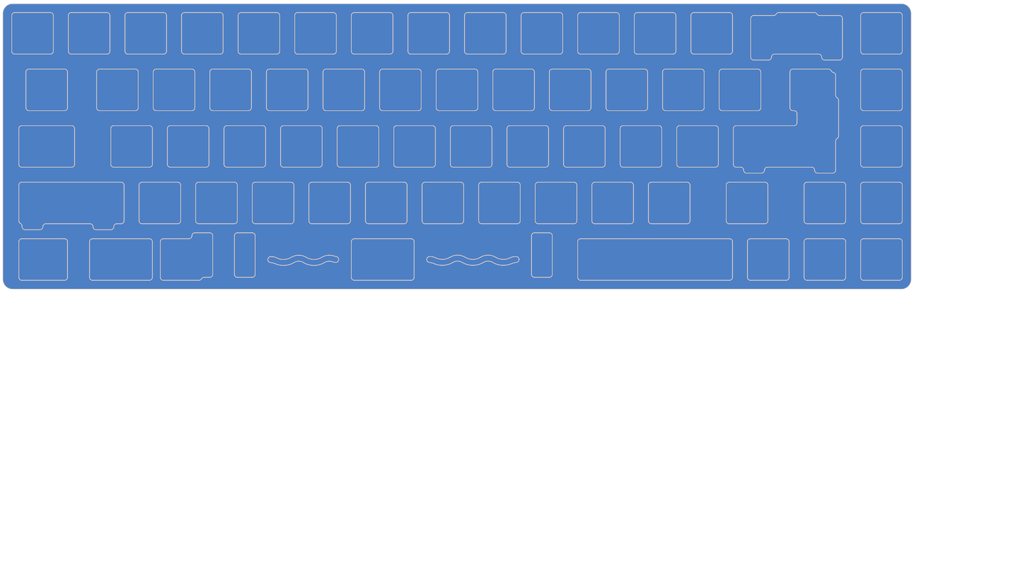
<source format=kicad_pcb>
(kicad_pcb (version 20221018) (generator pcbnew)
  (layers (0 "F.Cu" signal) (31 "B.Cu" signal) (34 "B.Paste" user) (35 "F.Paste" user) (36 "B.SilkS" user "B.Silkscreen") (37 "F.SilkS" user "F.Silkscreen") (38 "B.Mask" user) (39 "F.Mask" user) (44 "Edge.Cuts" user))
  (net 0 "")
  (footprint "logos:DISCIPLINE_SMALL_MASK" (layer "F.Cu") (at 211.52425 170.586006)
    (fp_text reference "G***" hide)
    (fp_text value "LOGO" hide)
  )
  (footprint "logos:DISCIPLINE_SMALL_COPPER" (layer "F.Cu") (at 211.52425 170.586006)
    (fp_text reference "G***" hide)
    (fp_text value "LOGO" hide)
    (fp_line (start -11.13 3.52) (end 11.17 3.52) (stroke (width 0.4)) (layer "F.Cu"))
    (fp_line (start -11.11 -3.16) (end 11.17 -3.16) (stroke (width 0.4)) (layer "F.Cu"))
    (fp_arc (start -11.14 3.52) (mid -14.48 0.18) (end -11.14 -3.16) (stroke (width 0.4)) (layer "F.Cu"))
    (fp_arc (start 11.16 -3.16) (mid 14.5 0.18) (end 11.16 3.52) (stroke (width 0.4)) (layer "F.Cu"))
    (fp_poly (pts (xy 4.725771 -0.973243) (xy 4.8482 -0.963111) (xy 4.8482 0.995758) (xy 4.603342 1.016024) (xy 4.603342 -0.983376) (xy 4.725771 -0.973243)) (stroke (width 0.01)) (fill solid) (layer "F.Cu"))
    (fp_poly (pts (xy -7.035604 0.995758) (xy -7.141934 1.006006) (xy -7.227934 1.000945) (xy -7.264877 0.97296) (xy -7.268838 0.930275) (xy -7.271869 0.83092) (xy -7.273899 0.683514) (xy -7.27486 0.496677) (xy -7.274683 0.279028) (xy -7.273297 0.039188) (xy -7.272814 -0.016721) (xy -7.264139 -0.963111) (xy -7.035604 -0.963111) (xy -7.035604 0.995758)) (stroke (width 0.01)) (fill solid) (layer "F.Cu"))
    (fp_poly (pts (xy -1.012082 1.012082) (xy -1.127374 1.012082) (xy -1.208261 1.001531) (xy -1.255869 0.975653) (xy -1.258479 0.970875) (xy -1.262235 0.928741) (xy -1.26508 0.829912) (xy -1.266951 0.682984) (xy -1.267787 0.496551) (xy -1.267525 0.279208) (xy -1.266104 0.039551) (xy -1.265616 -0.016721) (xy -1.256941 -0.963111) (xy -1.134512 -0.973243) (xy -1.012082 -0.983376) (xy -1.012082 1.012082)) (stroke (width 0.01)) (fill solid) (layer "F.Cu"))
    (fp_poly (pts (xy 2.701607 -0.973243) (xy 2.824036 -0.963111) (xy 2.841422 0.781419) (xy 3.574936 0.799871) (xy 3.574936 0.995758) (xy 3.099658 1.004757) (xy 2.929652 1.006472) (xy 2.783352 1.005105) (xy 2.672944 1.000989) (xy 2.610614 0.994458) (xy 2.601779 0.991154) (xy 2.596094 0.953995) (xy 2.590932 0.859784) (xy 2.586482 0.716764) (xy 2.582929 0.533177) (xy 2.58046 0.317268) (xy 2.579262 0.077278) (xy 2.579177 -0.007412) (xy 2.579177 -0.983376) (xy 2.701607 -0.973243)) (stroke (width 0.01)) (fill solid) (layer "F.Cu"))
    (fp_poly (pts (xy 7.566613 0.006058) (xy 7.557969 0.995758) (xy 7.443702 1.005373) (xy 7.350145 1.000356) (xy 7.278021 0.975128) (xy 7.274703 0.972726) (xy 7.245041 0.933922) (xy 7.188741 0.845573) (xy 7.110404 0.715468) (xy 7.014636 0.551398) (xy 6.906039 0.361152) (xy 6.789218 0.152522) (xy 6.7774 0.131199) (xy 6.334829 -0.668064) (xy 6.32609 0.163847) (xy 6.317352 0.995758) (xy 6.210765 1.006025) (xy 6.104178 1.016291) (xy 6.112821 0.02659) (xy 6.121465 -0.963111) (xy 6.272883 -0.972912) (xy 6.373673 -0.973471) (xy 6.43605 -0.952931) (xy 6.485094 -0.903638) (xy 6.517243 -0.853649) (xy 6.575379 -0.755062) (xy 6.65447 -0.61674) (xy 6.749488 -0.447544) (xy 6.855403 -0.256338) (xy 6.937661 -0.106211) (xy 7.329434 0.612141) (xy 7.362082 -0.963111) (xy 7.468669 -0.973377) (xy 7.575257 -0.983643) (xy 7.566613 0.006058)) (stroke (width 0.01)) (fill solid) (layer "F.Cu"))
    (fp_poly (pts (xy 9.581616 -0.978842) (xy 9.717315 -0.976285) (xy 9.807623 -0.970596) (xy 9.862489 -0.960603) (xy 9.891863 -0.94514) (xy 9.905695 -0.923036) (xy 9.907152 -0.918738) (xy 9.913565 -0.839691) (xy 9.905859 -0.804471) (xy 9.888554 -0.781744) (xy 9.850086 -0.766375) (xy 9.779706 -0.757013) (xy 9.666666 -0.752308) (xy 9.500218 -0.75091) (xy 9.479472 -0.7509) (xy 9.073642 -0.7509) (xy 9.083029 -0.448907) (xy 9.092416 -0.146915) (xy 9.44338 -0.137649) (xy 9.794344 -0.128382) (xy 9.794344 0.065296) (xy 9.076092 0.065296) (xy 9.076092 0.781597) (xy 9.908612 0.799871) (xy 9.908612 0.995758) (xy 9.40173 1.004712) (xy 9.186275 1.006737) (xy 9.029645 1.003849) (xy 8.925529 0.99569) (xy 8.867616 0.981901) (xy 8.854879 0.973697) (xy 8.842512 0.929372) (xy 8.832239 0.830095) (xy 8.824066 0.686174) (xy 8.817996 0.507914) (xy 8.814034 0.305624) (xy 8.812183 0.089608) (xy 8.812449 -0.129824) (xy 8.814835 -0.342368) (xy 8.819346 -0.537715) (xy 8.825986 -0.705559) (xy 8.834758 -0.835594) (xy 8.845669 -0.917511) (xy 8.854087 -0.940257) (xy 8.900342 -0.957645) (xy 9.001236 -0.969801) (xy 9.160226 -0.976979) (xy 9.380768 -0.979431) (xy 9.390576 -0.979434) (xy 9.581616 -0.978842)) (stroke (width 0.01)) (fill solid) (layer "F.Cu"))
    (fp_poly (pts (xy -9.322664 -0.970679) (xy -9.109555 -0.946576) (xy -8.932961 -0.897753) (xy -8.780029 -0.821753) (xy -8.772876 -0.81726) (xy -8.621263 -0.683675) (xy -8.507411 -0.50406) (xy -8.434476 -0.287757) (xy -8.405616 -0.044109) (xy -8.423725 0.215892) (xy -8.486044 0.463957) (xy -8.587508 0.662261) (xy -8.731456 0.815649) (xy -8.912854 0.925204) (xy -9.00403 0.954005) (xy -9.132097 0.97803) (xy -9.283239 0.996591) (xy -9.443637 1.009002) (xy -9.599474 1.014575) (xy -9.736933 1.012624) (xy -9.842197 1.002461) (xy -9.901447 0.9834) (xy -9.908674 0.974721) (xy -9.912809 0.93157) (xy -9.915997 0.83177) (xy -9.918161 0.683961) (xy -9.919228 0.496782) (xy -9.919121 0.278876) (xy -9.917767 0.038882) (xy -9.917287 -0.016721) (xy -9.910558 -0.7509) (xy -9.663753 -0.7509) (xy -9.663753 0.783548) (xy -9.409489 0.783548) (xy -9.252281 0.778136) (xy -9.134821 0.758853) (xy -9.032229 0.721131) (xy -9.009553 0.71009) (xy -8.871663 0.612381) (xy -8.774593 0.475727) (xy -8.714968 0.293654) (xy -8.691304 0.100125) (xy -8.692485 -0.131293) (xy -8.727721 -0.317332) (xy -8.800121 -0.47011) (xy -8.856584 -0.543981) (xy -8.963265 -0.644387) (xy -9.082484 -0.708175) (xy -9.231187 -0.741592) (xy -9.417846 -0.7509) (xy -9.663753 -0.7509) (xy -9.910558 -0.7509) (xy -9.908612 -0.963111) (xy -9.58514 -0.972517) (xy -9.322664 -0.970679)) (stroke (width 0.01)) (fill solid) (layer "F.Cu"))
    (fp_poly (pts (xy -2.75907 -0.998251) (xy -2.546212 -0.944091) (xy -2.487494 -0.917332) (xy -2.382969 -0.849866) (xy -2.3307 -0.773594) (xy -2.317995 -0.684861) (xy -2.332967 -0.621517) (xy -2.380727 -0.607698) (xy -2.465535 -0.643179) (xy -2.515691 -0.674352) (xy -2.653866 -0.743052) (xy -2.814515 -0.773407) (xy -2.83515 -0.774866) (xy -3.024394 -0.762024) (xy -3.177873 -0.695663) (xy -3.301069 -0.572645) (xy -3.360807 -0.474099) (xy -3.399391 -0.391795) (xy -3.423966 -0.313904) (xy -3.437579 -0.22194) (xy -3.443275 -0.097417) (xy -3.444182 0.031942) (xy -3.442139 0.196048) (xy -3.434383 0.312486) (xy -3.418199 0.398811) (xy -3.390871 0.472583) (xy -3.369408 0.515484) (xy -3.258923 0.659099) (xy -3.112656 0.756152) (xy -2.942851 0.804317) (xy -2.761753 0.801269) (xy -2.581607 0.744681) (xy -2.479638 0.684467) (xy -2.40802 0.640452) (xy -2.356076 0.620424) (xy -2.353765 0.620309) (xy -2.322967 0.646076) (xy -2.31754 0.708876) (xy -2.334435 0.786956) (xy -2.3706 0.858566) (xy -2.390334 0.881046) (xy -2.511009 0.957044) (xy -2.674206 1.009749) (xy -2.860251 1.035749) (xy -3.049474 1.031637) (xy -3.155144 1.013586) (xy -3.342655 0.93697) (xy -3.498585 0.80768) (xy -3.619612 0.631907) (xy -3.702417 0.41584) (xy -3.743678 0.165668) (xy -3.742697 -0.08162) (xy -3.701092 -0.334122) (xy -3.619979 -0.556142) (xy -3.504215 -0.737132) (xy -3.391372 -0.844231) (xy -3.199511 -0.946877) (xy -2.98279 -0.998698) (xy -2.75907 -0.998251)) (stroke (width 0.01)) (fill solid) (layer "F.Cu"))
    (fp_poly (pts (xy 0.696194 -0.973499) (xy 0.866337 -0.965195) (xy 0.986884 -0.953685) (xy 1.073537 -0.936089) (xy 1.141995 -0.909526) (xy 1.189147 -0.883035) (xy 1.315736 -0.783024) (xy 1.393747 -0.662765) (xy 1.43052 -0.507639) (xy 1.435845 -0.391774) (xy 1.412135 -0.180233) (xy 1.34099 -0.011816) (xy 1.221016 0.114784) (xy 1.050816 0.20087) (xy 0.828997 0.24775) (xy 0.744919 0.254799) (xy 0.489717 0.269572) (xy 0.489717 1.012082) (xy 0.380891 1.012082) (xy 0.300221 1.006109) (xy 0.251774 0.991602) (xy 0.2503 0.990317) (xy 0.244718 0.953288) (xy 0.239665 0.859376) (xy 0.235333 0.716993) (xy 0.231912 0.53455) (xy 0.229593 0.320458) (xy 0.228568 0.08313) (xy 0.228535 0.031204) (xy 0.228972 -0.246801) (xy 0.230516 -0.466489) (xy 0.233518 -0.634831) (xy 0.23802 -0.7509) (xy 0.489717 -0.7509) (xy 0.489717 -0.364567) (xy 0.491458 -0.211842) (xy 0.496194 -0.083762) (xy 0.503197 0.005997) (xy 0.511482 0.04353) (xy 0.563482 0.060476) (xy 0.656919 0.064083) (xy 0.769454 0.055013) (xy 0.878745 0.033927) (xy 0.883915 0.032515) (xy 1.022847 -0.031675) (xy 1.114225 -0.136615) (xy 1.162048 -0.287567) (xy 1.168436 -0.341833) (xy 1.174012 -0.448649) (xy 1.16217 -0.518176) (xy 1.123541 -0.57792) (xy 1.068302 -0.635914) (xy 1.003923 -0.696254) (xy 0.947648 -0.730673) (xy 0.877614 -0.74642) (xy 0.77196 -0.750744) (xy 0.721517 -0.7509) (xy 0.489717 -0.7509) (xy 0.23802 -0.7509) (xy 0.238327 -0.758802) (xy 0.245293 -0.845374) (xy 0.254767 -0.90152) (xy 0.267099 -0.934214) (xy 0.277634 -0.946892) (xy 0.325762 -0.96596) (xy 0.417989 -0.97594) (xy 0.562015 -0.977323) (xy 0.696194 -0.973499)) (stroke (width 0.01)) (fill solid) (layer "F.Cu"))
    (fp_poly (pts (xy -5.108836 -0.98406) (xy -4.985765 -0.949914) (xy -4.893276 -0.905656) (xy -4.85105 -0.860819) (xy -4.833184 -0.776447) (xy -4.839967 -0.702615) (xy -4.859696 -0.672265) (xy -4.903355 -0.675294) (xy -4.98004 -0.70331) (xy -5.013514 -0.719309) (xy -5.171443 -0.775959) (xy -5.320527 -0.786646) (xy -5.449859 -0.755236) (xy -5.548533 -0.685593) (xy -5.605642 -0.581581) (xy -5.615424 -0.506041) (xy -5.592035 -0.393213) (xy -5.518163 -0.294052) (xy -5.388252 -0.202751) (xy -5.268836 -0.143856) (xy -5.041622 -0.027912) (xy -4.878304 0.09056) (xy -4.794936 0.185639) (xy -4.752737 0.293622) (xy -4.735031 0.434557) (xy -4.74251 0.58059) (xy -4.775867 0.703868) (xy -4.781732 0.715984) (xy -4.891106 0.859559) (xy -5.044699 0.96418) (xy -5.231712 1.026055) (xy -5.441345 1.041393) (xy -5.631748 1.01441) (xy -5.748337 0.975885) (xy -5.850485 0.924383) (xy -5.914283 0.872141) (xy -5.916917 0.868442) (xy -5.938226 0.802963) (xy -5.937604 0.726847) (xy -5.916 0.674149) (xy -5.911406 0.67061) (xy -5.866741 0.673325) (xy -5.788343 0.701725) (xy -5.744648 0.722785) (xy -5.570477 0.789877) (xy -5.402828 0.811846) (xy -5.251685 0.791976) (xy -5.127031 0.733551) (xy -5.038849 0.639854) (xy -4.997123 0.514168) (xy -4.995116 0.47626) (xy -5.016603 0.38705) (xy -5.084587 0.29788) (xy -5.204351 0.203834) (xy -5.381178 0.099996) (xy -5.423139 0.077991) (xy -5.607077 -0.025783) (xy -5.73618 -0.122753) (xy -5.818655 -0.223115) (xy -5.862711 -0.337066) (xy -5.876557 -0.474801) (xy -5.876607 -0.48528) (xy -5.850933 -0.672411) (xy -5.774278 -0.818874) (xy -5.647195 -0.924103) (xy -5.470236 -0.987529) (xy -5.373978 -1.002333) (xy -5.244302 -1.003174) (xy -5.108836 -0.98406)) (stroke (width 0.01)) (fill solid) (layer "F.Cu"))
  )
  (footprint "logos:coseyfannitutti_16mm" (layer "B.Cu") (at 181.302228 166.860072 180)
    (fp_text reference "G***" hide)
    (fp_text value "LOGO" hide)
  )
  (gr_arc (start 56.650558 187.5229) (mid 54.311235 186.556406) (end 53.340499 184.218841) (stroke (width 0.15)) (layer "Edge.Cuts"))
  (gr_arc (start 359.0905 184.215842) (mid 358.121885 186.554286) (end 355.783441 187.522901) (stroke (width 0.15)) (layer "Edge.Cuts"))
  (gr_arc (start 355.783441 91.3229) (mid 358.121885 92.291515) (end 359.0905 94.629959) (stroke (width 0.15)) (layer "Edge.Cuts"))
  (gr_line (start 355.783441 187.522901) (end 56.650558 187.5229) (stroke (width 0.15)) (layer "Edge.Cuts"))
  (gr_line (start 56.647558 91.3229) (end 355.783441 91.3229) (stroke (width 0.15)) (layer "Edge.Cuts"))
  (gr_line (start 310.69625 146.422901) (end 325.57225 146.422901) (stroke (width 0.2)) (layer "Edge.Cuts"))
  (gr_line (start 58.72175 152.4729) (end 58.72175 164.472901) (stroke (width 0.2)) (layer "Edge.Cuts"))
  (gr_line (start 332.57225 148.422901) (end 332.65925 148.422901) (stroke (width 0.2)) (layer "Edge.Cuts"))
  (gr_line (start 138.303 151.472901) (end 150.302999 151.472901) (stroke (width 0.2)) (layer "Edge.Cuts"))
  (gr_line (start 224.028 146.422901) (end 236.028 146.422901) (stroke (width 0.2)) (layer "Edge.Cuts"))
  (gr_line (start 289.4155 114.372901) (end 289.4155 126.372901) (stroke (width 0.2)) (layer "Edge.Cuts"))
  (gr_line (start 137.28425 168.522901) (end 132.28425 168.522901) (stroke (width 0.2)) (layer "Edge.Cuts"))
  (gr_line (start 227.08129 177.522901) (end 227.08129 177.522901) (stroke (width 0.2)) (layer "Edge.Cuts"))
  (gr_arc (start 151.425306 178.50252) (mid 152.938337 178.093029) (end 154.451367 178.50252) (stroke (width 0.2)) (layer "Edge.Cuts"))
  (gr_line (start 312.0775 109.322901) (end 312.0775 109.322901) (stroke (width 0.2)) (layer "Edge.Cuts"))
  (gr_line (start 142.530135 177.556818) (end 142.530135 177.556818) (stroke (width 0.2)) (layer "Edge.Cuts"))
  (gr_arc (start 142.0655 114.372901) (mid 142.358393 113.665794) (end 143.0655 113.372901) (stroke (width 0.2)) (layer "Edge.Cuts"))
  (gr_arc (start 334.15925 123.031875) (mid 333.793225 122.66585) (end 333.65925 122.16585) (stroke (width 0.2)) (layer "Edge.Cuts"))
  (gr_line (start 276.4155 127.372901) (end 288.4155 127.372901) (stroke (width 0.2)) (layer "Edge.Cuts"))
  (gr_arc (start 169.353 151.4729) (mid 170.060107 151.765793) (end 170.353 152.4729) (stroke (width 0.2)) (layer "Edge.Cuts"))
  (gr_line (start 343.0905 127.372901) (end 355.0905 127.372901) (stroke (width 0.2)) (layer "Edge.Cuts"))
  (gr_arc (start 196.917189 178.519927) (mid 197.726896 178.649964) (end 198.504456 178.910609) (stroke (width 0.2)) (layer "Edge.Cuts"))
  (gr_line (start 128.778 146.422901) (end 140.778 146.422901) (stroke (width 0.2)) (layer "Edge.Cuts"))
  (gr_line (start 151.332341 178.556818) (end 151.425307 178.50252) (stroke (width 0.2)) (layer "Edge.Cuts"))
  (gr_line (start 138.303 165.4729) (end 150.302999 165.4729) (stroke (width 0.2)) (layer "Edge.Cuts"))
  (gr_arc (start 85.9155 127.372901) (mid 85.208393 127.080008) (end 84.9155 126.372901) (stroke (width 0.2)) (layer "Edge.Cuts"))
  (gr_line (start 198.928 133.422901) (end 198.928 145.422901) (stroke (width 0.2)) (layer "Edge.Cuts"))
  (gr_line (start 265.603 152.4729) (end 265.603 164.472901) (stroke (width 0.2)) (layer "Edge.Cuts"))
  (gr_line (start 333.65925 147.422901) (end 333.65925 137.629951) (stroke (width 0.2)) (layer "Edge.Cuts"))
  (gr_line (start 189.6905 95.3229) (end 189.6905 107.322901) (stroke (width 0.2)) (layer "Edge.Cuts"))
  (gr_line (start 342.0905 171.522901) (end 342.0905 183.522901) (stroke (width 0.2)) (layer "Edge.Cuts"))
  (gr_arc (start 151.302999 164.472901) (mid 151.010106 165.180008) (end 150.302999 165.472901) (stroke (width 0.2)) (layer "Edge.Cuts"))
  (gr_line (start 171.6405 94.3229) (end 183.640499 94.3229) (stroke (width 0.2)) (layer "Edge.Cuts"))
  (gr_line (start 233.553 165.4729) (end 245.553 165.4729) (stroke (width 0.2)) (layer "Edge.Cuts"))
  (gr_arc (start 266.8905 108.322901) (mid 266.183393 108.030008) (end 265.8905 107.322901) (stroke (width 0.2)) (layer "Edge.Cuts"))
  (gr_line (start 138.28425 182.522901) (end 138.28425 169.522901) (stroke (width 0.2)) (layer "Edge.Cuts"))
  (gr_arc (start 189.6905 95.3229) (mid 189.983393 94.615793) (end 190.6905 94.3229) (stroke (width 0.2)) (layer "Edge.Cuts"))
  (gr_arc (start 132.253 164.472901) (mid 131.960107 165.180008) (end 131.253 165.472901) (stroke (width 0.2)) (layer "Edge.Cuts"))
  (gr_arc (start 161.698106 178.50252) (mid 162.930218 178.106211) (end 164.214617 178.265835) (stroke (width 0.2)) (layer "Edge.Cuts"))
  (gr_arc (start 297.9405 170.522901) (mid 298.647607 170.815794) (end 298.9405 171.522901) (stroke (width 0.2)) (layer "Edge.Cuts"))
  (gr_arc (start 333.65925 147.422901) (mid 333.366357 148.130008) (end 332.65925 148.422901) (stroke (width 0.2)) (layer "Edge.Cuts"))
  (gr_line (start 343.0905 113.372901) (end 355.0905 113.372901) (stroke (width 0.2)) (layer "Edge.Cuts"))
  (gr_line (start 151.5905 95.3229) (end 151.5905 107.322901) (stroke (width 0.2)) (layer "Edge.Cuts"))
  (gr_arc (start 59.26525 165.362624) (mid 58.868375 164.994197) (end 58.72175 164.472901) (stroke (width 0.2)) (layer "Edge.Cuts"))
  (gr_line (start 337.0405 152.4729) (end 337.0405 164.472901) (stroke (width 0.2)) (layer "Edge.Cuts"))
  (gr_line (start 75.103 171.522901) (end 75.103 183.522901) (stroke (width 0.2)) (layer "Edge.Cuts"))
  (gr_arc (start 306.0775 110.322901) (mid 305.370393 110.030008) (end 305.0775 109.322901) (stroke (width 0.2)) (layer "Edge.Cuts"))
  (gr_arc (start 284.9405 95.3229) (mid 285.233393 94.615793) (end 285.9405 94.3229) (stroke (width 0.2)) (layer "Edge.Cuts"))
  (gr_line (start 196.99425 176.522901) (end 197.230502 176.522901) (stroke (width 0.2)) (layer "Edge.Cuts"))
  (gr_arc (start 355.0905 151.4729) (mid 355.797607 151.765793) (end 356.0905 152.4729) (stroke (width 0.2)) (layer "Edge.Cuts"))
  (gr_line (start 143.0655 127.372901) (end 155.0655 127.372901) (stroke (width 0.2)) (layer "Edge.Cuts"))
  (gr_line (start 252.603 165.4729) (end 264.603 165.4729) (stroke (width 0.2)) (layer "Edge.Cuts"))
  (gr_arc (start 246.8405 95.3229) (mid 247.133393 94.615793) (end 247.8405 94.3229) (stroke (width 0.2)) (layer "Edge.Cuts"))
  (gr_line (start 106.34675 171.522901) (end 106.34675 183.522901) (stroke (width 0.2)) (layer "Edge.Cuts"))
  (gr_arc (start 127.490499 107.322901) (mid 127.197606 108.030007) (end 126.4905 108.3229) (stroke (width 0.2)) (layer "Edge.Cuts"))
  (gr_line (start 313.0775 108.3229) (end 327.9535 108.3229) (stroke (width 0.2)) (layer "Edge.Cuts"))
  (gr_arc (start 240.7905 94.3229) (mid 241.497607 94.615793) (end 241.7905 95.3229) (stroke (width 0.2)) (layer "Edge.Cuts"))
  (gr_arc (start 293.178 132.422901) (mid 293.885107 132.715794) (end 294.178 133.422901) (stroke (width 0.2)) (layer "Edge.Cuts"))
  (gr_line (start 85.9155 127.372901) (end 97.9155 127.372901) (stroke (width 0.2)) (layer "Edge.Cuts"))
  (gr_arc (start 93.153 151.4729) (mid 93.860107 151.765793) (end 94.153 152.4729) (stroke (width 0.2)) (layer "Edge.Cuts"))
  (gr_arc (start 215.069256 178.5229) (mid 211.538852 179.478378) (end 208.008448 178.5229) (stroke (width 0.2)) (layer "Edge.Cuts"))
  (gr_arc (start 224.573526 178.910489) (mid 221.381285 179.465136) (end 218.281248 178.5229) (stroke (width 0.2)) (layer "Edge.Cuts"))
  (gr_arc (start 342.0905 133.422901) (mid 342.383393 132.715794) (end 343.0905 132.422901) (stroke (width 0.2)) (layer "Edge.Cuts"))
  (gr_arc (start 209.7405 108.322901) (mid 209.033393 108.030008) (end 208.7405 107.322901) (stroke (width 0.2)) (layer "Edge.Cuts"))
  (gr_arc (start 88.3905 94.3229) (mid 89.097607 94.615793) (end 89.3905 95.3229) (stroke (width 0.2)) (layer "Edge.Cuts"))
  (gr_arc (start 108.728 133.422901) (mid 109.020893 132.715794) (end 109.728 132.422901) (stroke (width 0.2)) (layer "Edge.Cuts"))
  (gr_line (start 224.028 132.422901) (end 236.028 132.422901) (stroke (width 0.2)) (layer "Edge.Cuts"))
  (gr_arc (start 133.5405 108.322901) (mid 132.833393 108.030008) (end 132.5405 107.322901) (stroke (width 0.2)) (layer "Edge.Cuts"))
  (gr_line (start 337.0405 171.522901) (end 337.0405 183.522901) (stroke (width 0.2)) (layer "Edge.Cuts"))
  (gr_line (start 356.0905 133.422901) (end 356.0905 145.422901) (stroke (width 0.2)) (layer "Edge.Cuts"))
  (gr_arc (start 145.5405 94.3229) (mid 146.247607 94.615793) (end 146.5405 95.3229) (stroke (width 0.2)) (layer "Edge.Cuts"))
  (gr_line (start 310.84675 152.4729) (end 310.84675 164.472901) (stroke (width 0.2)) (layer "Edge.Cuts"))
  (gr_line (start 214.060569 176.795894) (end 214.153535 176.741596) (stroke (width 0.2)) (layer "Edge.Cuts"))
  (gr_arc (start 270.3655 126.372901) (mid 270.072607 127.080008) (end 269.3655 127.372901) (stroke (width 0.2)) (layer "Edge.Cuts"))
  (gr_line (start 59.72175 151.472901) (end 93.153 151.472901) (stroke (width 0.2)) (layer "Edge.Cuts"))
  (gr_arc (start 255.078 132.422901) (mid 255.785107 132.715794) (end 256.078 133.422901) (stroke (width 0.2)) (layer "Edge.Cuts"))
  (gr_arc (start 231.28425 169.522901) (mid 231.577143 168.815794) (end 232.28425 168.522901) (stroke (width 0.2)) (layer "Edge.Cuts"))
  (gr_line (start 59.808749 166.472901) (end 59.808749 166.252347) (stroke (width 0.2)) (layer "Edge.Cuts"))
  (gr_arc (start 223.028 133.422901) (mid 223.320893 132.715794) (end 224.028 132.422901) (stroke (width 0.2)) (layer "Edge.Cuts"))
  (gr_arc (start 247.8405 108.322901) (mid 247.133393 108.030008) (end 246.8405 107.322901) (stroke (width 0.2)) (layer "Edge.Cuts"))
  (gr_line (start 89.678 133.422901) (end 89.678 145.422901) (stroke (width 0.2)) (layer "Edge.Cuts"))
  (gr_line (start 247.8405 184.522901) (end 297.9405 184.522901) (stroke (width 0.2)) (layer "Edge.Cuts"))
  (gr_arc (start 303.69625 148.422901) (mid 302.989143 148.130008) (end 302.69625 147.422901) (stroke (width 0.2)) (layer "Edge.Cuts"))
  (gr_line (start 223.028 133.422901) (end 223.028 145.422901) (stroke (width 0.2)) (layer "Edge.Cuts"))
  (gr_arc (start 342.0905 95.3229) (mid 342.383393 94.615793) (end 343.0905 94.3229) (stroke (width 0.2)) (layer "Edge.Cuts"))
  (gr_line (start 62.103 127.372901) (end 74.103 127.372901) (stroke (width 0.2)) (layer "Edge.Cuts"))
  (gr_line (start 329.9535 110.322901) (end 334.9535 110.322901) (stroke (width 0.2)) (layer "Edge.Cuts"))
  (gr_arc (start 310.84675 164.472901) (mid 310.553857 165.180008) (end 309.84675 165.472901) (stroke (width 0.2)) (layer "Edge.Cuts"))
  (gr_arc (start 165.878 133.422901) (mid 166.170893 132.715794) (end 166.878 132.422901) (stroke (width 0.2)) (layer "Edge.Cuts"))
  (gr_line (start 342.0905 95.3229) (end 342.0905 107.322901) (stroke (width 0.2)) (layer "Edge.Cuts"))
  (gr_line (start 100.203 165.4729) (end 112.203 165.4729) (stroke (width 0.2)) (layer "Edge.Cuts"))
  (gr_arc (start 271.653 165.472901) (mid 270.945893 165.180008) (end 270.653 164.472901) (stroke (width 0.2)) (layer "Edge.Cuts"))
  (gr_arc (start 159.828 132.422901) (mid 160.535107 132.715794) (end 160.828 133.422901) (stroke (width 0.2)) (layer "Edge.Cuts"))
  (gr_arc (start 75.3905 95.3229) (mid 75.683393 94.615793) (end 76.3905 94.3229) (stroke (width 0.2)) (layer "Edge.Cuts"))
  (gr_arc (start 143.453074 178.553845) (mid 144.262781 178.683881) (end 145.040341 178.944527) (stroke (width 0.2)) (layer "Edge.Cuts"))
  (gr_line (start 156.0655 114.372901) (end 156.0655 126.372901) (stroke (width 0.2)) (layer "Edge.Cuts"))
  (gr_arc (start 194.453 152.4729) (mid 194.745893 151.765793) (end 195.453 151.4729) (stroke (width 0.2)) (layer "Edge.Cuts"))
  (gr_line (start 107.34675 170.522901) (end 115.9905 170.522901) (stroke (width 0.2)) (layer "Edge.Cuts"))
  (gr_arc (start 120.212775 184.022901) (mid 119.84675 184.388926) (end 119.34675 184.522901) (stroke (width 0.2)) (layer "Edge.Cuts"))
  (gr_arc (start 214.503 165.472901) (mid 213.795893 165.180008) (end 213.503 164.472901) (stroke (width 0.2)) (layer "Edge.Cuts"))
  (gr_arc (start 160.828 145.422901) (mid 160.535107 146.130008) (end 159.828 146.422901) (stroke (width 0.2)) (layer "Edge.Cuts"))
  (gr_line (start 113.4905 95.3229) (end 113.4905 107.322901) (stroke (width 0.2)) (layer "Edge.Cuts"))
  (gr_arc (start 232.28425 183.522901) (mid 231.577143 183.230008) (end 231.28425 182.522901) (stroke (width 0.2)) (layer "Edge.Cuts"))
  (gr_arc (start 150.41662 176.775514) (mid 152.938337 176.09303) (end 155.460054 176.775514) (stroke (width 0.2)) (layer "Edge.Cuts"))
  (gr_arc (start 151.5905 95.3229) (mid 151.883393 94.615793) (end 152.5905 94.3229) (stroke (width 0.2)) (layer "Edge.Cuts"))
  (gr_line (start 124.0155 113.372901) (end 136.0155 113.372901) (stroke (width 0.2)) (layer "Edge.Cuts"))
  (gr_arc (start 236.028 132.422901) (mid 236.735107 132.715794) (end 237.028 133.422901) (stroke (width 0.2)) (layer "Edge.Cuts"))
  (gr_line (start 257.3655 113.372901) (end 269.3655 113.372901) (stroke (width 0.2)) (layer "Edge.Cuts"))
  (gr_line (start 334.9535 95.322901) (end 328.24755 95.3229) (stroke (width 0.2)) (layer "Edge.Cuts"))
  (gr_arc (start 170.353 164.472901) (mid 170.060107 165.180008) (end 169.353 165.472901) (stroke (width 0.2)) (layer "Edge.Cuts"))
  (gr_arc (start 237.3155 114.372901) (mid 237.608393 113.665794) (end 238.3155 113.372901) (stroke (width 0.2)) (layer "Edge.Cuts"))
  (gr_arc (start 131.253 151.4729) (mid 131.960107 151.765793) (end 132.253 152.4729) (stroke (width 0.2)) (layer "Edge.Cuts"))
  (gr_arc (start 342.0905 152.4729) (mid 342.383393 151.765793) (end 343.0905 151.4729) (stroke (width 0.2)) (layer "Edge.Cuts"))
  (gr_line (start 204.978 132.422901) (end 216.978 132.422901) (stroke (width 0.2)) (layer "Edge.Cuts"))
  (gr_line (start 208.453 152.4729) (end 208.453 164.472901) (stroke (width 0.2)) (layer "Edge.Cuts"))
  (gr_arc (start 233.553 165.472901) (mid 232.845893 165.180008) (end 232.553 164.472901) (stroke (width 0.2)) (layer "Edge.Cuts"))
  (gr_line (start 237.28425 183.522901) (end 232.28425 183.522901) (stroke (width 0.2)) (layer "Edge.Cuts"))
  (gr_line (start 252.603 151.472901) (end 264.603 151.472901) (stroke (width 0.2)) (layer "Edge.Cuts"))
  (gr_arc (start 221.7405 94.3229) (mid 222.447607 94.615793) (end 222.7405 95.3229) (stroke (width 0.2)) (layer "Edge.Cuts"))
  (gr_arc (start 143.0655 127.372901) (mid 142.358393 127.080008) (end 142.0655 126.372901) (stroke (width 0.2)) (layer "Edge.Cuts"))
  (gr_line (start 303.9905 171.522901) (end 303.9905 183.522901) (stroke (width 0.2)) (layer "Edge.Cuts"))
  (gr_line (start 260.8405 95.3229) (end 260.8405 107.322901) (stroke (width 0.2)) (layer "Edge.Cuts"))
  (gr_line (start 66.80875 166.472901) (end 66.80875 166.472901) (stroke (width 0.2)) (layer "Edge.Cuts"))
  (gr_line (start 176.403 165.4729) (end 188.403 165.4729) (stroke (width 0.2)) (layer "Edge.Cuts"))
  (gr_line (start 152.5905 94.3229) (end 164.5905 94.3229) (stroke (width 0.2)) (layer "Edge.Cuts"))
  (gr_line (start 122.9905 168.522901) (end 117.9905 168.522901) (stroke (width 0.2)) (layer "Edge.Cuts"))
  (gr_line (start 132.253 152.4729) (end 132.253 164.472901) (stroke (width 0.2)) (layer "Edge.Cuts"))
  (gr_arc (start 162.1155 127.372901) (mid 161.408393 127.080008) (end 161.1155 126.372901) (stroke (width 0.2)) (layer "Edge.Cuts"))
  (gr_arc (start 138.303 165.472901) (mid 137.595893 165.180008) (end 137.303 164.472901) (stroke (width 0.2)) (layer "Edge.Cuts"))
  (gr_arc (start 319.65925 127.372901) (mid 320.366357 127.665794) (end 320.65925 128.372901) (stroke (width 0.2)) (layer "Edge.Cuts"))
  (gr_arc (start 123.9905 182.522901) (mid 123.697607 183.230008) (end 122.9905 183.522901) (stroke (width 0.2)) (layer "Edge.Cuts"))
  (gr_line (start 123.0155 114.372901) (end 123.0155 126.372901) (stroke (width 0.2)) (layer "Edge.Cuts"))
  (gr_line (start 170.353 152.4729) (end 170.353 164.472901) (stroke (width 0.2)) (layer "Edge.Cuts"))
  (gr_line (start 85.9155 113.372901) (end 97.9155 113.372901) (stroke (width 0.2)) (layer "Edge.Cuts"))
  (gr_line (start 185.928 132.422901) (end 197.928 132.422901) (stroke (width 0.2)) (layer "Edge.Cuts"))
  (gr_line (start 215.162222 178.468602) (end 215.069256 178.522901) (stroke (width 0.2)) (layer "Edge.Cuts"))
  (gr_line (start 302.69625 147.422901) (end 302.69625 147.422901) (stroke (width 0.2)) (layer "Edge.Cuts"))
  (gr_line (start 155.460054 176.775514) (end 155.55302 176.829812) (stroke (width 0.2)) (layer "Edge.Cuts"))
  (gr_line (start 247.8405 170.522901) (end 297.9405 170.522901) (stroke (width 0.2)) (layer "Edge.Cuts"))
  (gr_line (start 232.553 152.4729) (end 232.553 164.472901) (stroke (width 0.2)) (layer "Edge.Cuts"))
  (gr_line (start 238.28425 182.522901) (end 238.28425 169.522901) (stroke (width 0.2)) (layer "Edge.Cuts"))
  (gr_arc (start 150.302999 151.4729) (mid 151.010106 151.765793) (end 151.302999 152.4729) (stroke (width 0.2)) (layer "Edge.Cuts"))
  (gr_line (start 194.1655 114.372901) (end 194.1655 126.372901) (stroke (width 0.2)) (layer "Edge.Cuts"))
  (gr_line (start 209.7405 108.3229) (end 221.7405 108.3229) (stroke (width 0.2)) (layer "Edge.Cuts"))
  (gr_line (start 294.178 133.422901) (end 294.178 145.422901) (stroke (width 0.2)) (layer "Edge.Cuts"))
  (gr_line (start 133.5405 94.3229) (end 145.5405 94.3229) (stroke (width 0.2)) (layer "Edge.Cuts"))
  (gr_line (start 189.403 152.4729) (end 189.403 164.472901) (stroke (width 0.2)) (layer "Edge.Cuts"))
  (gr_arc (start 138.28425 182.522901) (mid 137.991357 183.230008) (end 137.28425 183.522901) (stroke (width 0.2)) (layer "Edge.Cuts"))
  (gr_line (start 94.4405 95.3229) (end 94.4405 107.322901) (stroke (width 0.2)) (layer "Edge.Cuts"))
  (gr_line (start 246.8405 171.522901) (end 246.8405 183.522901) (stroke (width 0.2)) (layer "Edge.Cuts"))
  (gr_arc (start 90.678 146.422901) (mid 89.970893 146.130008) (end 89.678 145.422901) (stroke (width 0.2)) (layer "Edge.Cuts"))
  (gr_line (start 94.153 152.4729) (end 94.153 164.472901) (stroke (width 0.2)) (layer "Edge.Cuts"))
  (gr_arc (start 227.503 164.472901) (mid 227.210107 165.180008) (end 226.503 165.472901) (stroke (width 0.2)) (layer "Edge.Cuts"))
  (gr_line (start 306.0775 95.322901) (end 312.783449 95.3229) (stroke (width 0.2)) (layer "Edge.Cuts"))
  (gr_arc (start 226.503 151.4729) (mid 227.210107 151.765793) (end 227.503 152.4729) (stroke (width 0.2)) (layer "Edge.Cuts"))
  (gr_line (start 324.0405 165.4729) (end 336.0405 165.4729) (stroke (width 0.2)) (layer "Edge.Cuts"))
  (gr_arc (start 336.0405 151.4729) (mid 336.747607 151.765793) (end 337.0405 152.4729) (stroke (width 0.2)) (layer "Edge.Cuts"))
  (gr_line (start 157.353 151.472901) (end 169.353 151.472901) (stroke (width 0.2)) (layer "Edge.Cuts"))
  (gr_arc (start 275.128 145.422901) (mid 274.835107 146.130008) (end 274.128 146.422901) (stroke (width 0.2)) (layer "Edge.Cuts"))
  (gr_line (start 247.8405 108.3229) (end 259.8405 108.3229) (stroke (width 0.2)) (layer "Edge.Cuts"))
  (gr_arc (start 281.178 146.422901) (mid 280.470893 146.130008) (end 280.178 145.422901) (stroke (width 0.2)) (layer "Edge.Cuts"))
  (gr_arc (start 174.1155 113.372901) (mid 174.822607 113.665794) (end 175.1155 114.372901) (stroke (width 0.2)) (layer "Edge.Cuts"))
  (gr_line (start 275.128 133.422901) (end 275.128 145.422901) (stroke (width 0.2)) (layer "Edge.Cuts"))
  (gr_line (start 209.7405 94.3229) (end 221.7405 94.3229) (stroke (width 0.2)) (layer "Edge.Cuts"))
  (gr_line (start 285.9405 94.3229) (end 297.9405 94.3229) (stroke (width 0.2)) (layer "Edge.Cuts"))
  (gr_arc (start 356.0905 145.422901) (mid 355.797607 146.130008) (end 355.0905 146.422901) (stroke (width 0.2)) (layer "Edge.Cuts"))
  (gr_line (start 304.9905 170.522901) (end 316.9905 170.522901) (stroke (width 0.2)) (layer "Edge.Cuts"))
  (gr_arc (start 265.8905 95.3229) (mid 266.183393 94.615793) (end 266.8905 94.3229) (stroke (width 0.2)) (layer "Edge.Cuts"))
  (gr_line (start 324.0405 170.522901) (end 336.0405 170.522901) (stroke (width 0.2)) (layer "Edge.Cuts"))
  (gr_line (start 147.828 132.422901) (end 159.828 132.422901) (stroke (width 0.2)) (layer "Edge.Cuts"))
  (gr_line (start 132.5405 95.3229) (end 132.5405 107.322901) (stroke (width 0.2)) (layer "Edge.Cuts"))
  (gr_line (start 62.103 113.372901) (end 74.103 113.372901) (stroke (width 0.2)) (layer "Edge.Cuts"))
  (gr_arc (start 324.0405 184.522901) (mid 323.333393 184.230008) (end 323.0405 183.522901) (stroke (width 0.2)) (layer "Edge.Cuts"))
  (gr_arc (start 137.0155 126.372901) (mid 136.722607 127.080008) (end 136.0155 127.372901) (stroke (width 0.2)) (layer "Edge.Cuts"))
  (gr_arc (start 59.72175 146.422901) (mid 59.014643 146.130008) (end 58.72175 145.422901) (stroke (width 0.2)) (layer "Edge.Cuts"))
  (gr_line (start 356.0905 95.3229) (end 356.0905 107.322901) (stroke (width 0.2)) (layer "Edge.Cuts"))
  (gr_line (start 104.9655 113.372901) (end 116.9655 113.372901) (stroke (width 0.2)) (layer "Edge.Cuts"))
  (gr_arc (start 178.878 132.422901) (mid 179.585107 132.715794) (end 179.878 133.422901) (stroke (width 0.2)) (layer "Edge.Cuts"))
  (gr_arc (start 355.0905 113.372901) (mid 355.797607 113.665794) (end 356.0905 114.372901) (stroke (width 0.2)) (layer "Edge.Cuts"))
  (gr_line (start 356.0905 171.522901) (end 356.0905 183.522901) (stroke (width 0.2)) (layer "Edge.Cuts"))
  (gr_arc (start 252.603 165.472901) (mid 251.895893 165.180008) (end 251.603 164.472901) (stroke (width 0.2)) (layer "Edge.Cuts"))
  (gr_line (start 82.53425 171.522901) (end 82.53425 183.522901) (stroke (width 0.2)) (layer "Edge.Cuts"))
  (gr_arc (start 119.253 165.472901) (mid 118.545893 165.180008) (end 118.253 164.472901) (stroke (width 0.2)) (layer "Edge.Cuts"))
  (gr_arc (start 75.103 126.372901) (mid 74.810107 127.080008) (end 74.103 127.372901) (stroke (width 0.2)) (layer "Edge.Cuts"))
  (gr_line (start 152.5905 108.3229) (end 164.5905 108.3229) (stroke (width 0.2)) (layer "Edge.Cuts"))
  (gr_line (start 295.4655 113.372901) (end 307.4655 113.372901) (stroke (width 0.2)) (layer "Edge.Cuts"))
  (gr_line (start 300.228 132.422901) (end 319.65925 132.422901) (stroke (width 0.2)) (layer "Edge.Cuts"))
  (gr_arc (start 204.889421 178.468602) (mid 206.402452 178.059111) (end 207.915482 178.468602) (stroke (width 0.2)) (layer "Edge.Cuts"))
  (gr_arc (start 343.0905 165.472901) (mid 342.383393 165.180008) (end 342.0905 164.472901) (stroke (width 0.2)) (layer "Edge.Cuts"))
  (gr_line (start 142.0655 114.372901) (end 142.0655 126.372901) (stroke (width 0.2)) (layer "Edge.Cuts"))
  (gr_arc (start 217.978 145.422901) (mid 217.685107 146.130008) (end 216.978 146.422901) (stroke (width 0.2)) (layer "Edge.Cuts"))
  (gr_arc (start 94.4405 95.3229) (mid 94.733393 94.615793) (end 95.4405 94.3229) (stroke (width 0.2)) (layer "Edge.Cuts"))
  (gr_line (start 246.553 152.4729) (end 246.553 164.472901) (stroke (width 0.2)) (layer "Edge.Cuts"))
  (gr_line (start 60.808749 167.4729) (end 65.80875 167.4729) (stroke (width 0.2)) (layer "Edge.Cuts"))
  (gr_line (start 324.0405 151.472901) (end 336.0405 151.472901) (stroke (width 0.2)) (layer "Edge.Cuts"))
  (gr_arc (start 219.2655 127.372901) (mid 218.558393 127.080008) (end 218.2655 126.372901) (stroke (width 0.2)) (layer "Edge.Cuts"))
  (gr_arc (start 333.65925 137.629951) (mid 333.793225 137.129951) (end 334.15925 136.763926) (stroke (width 0.2)) (layer "Edge.Cuts"))
  (gr_arc (start 269.3655 113.372901) (mid 270.072607 113.665794) (end 270.3655 114.372901) (stroke (width 0.2)) (layer "Edge.Cuts"))
  (gr_arc (start 251.603 152.4729) (mid 251.895893 151.765793) (end 252.603 151.4729) (stroke (width 0.2)) (layer "Edge.Cuts"))
  (gr_arc (start 170.6405 171.522901) (mid 170.933393 170.815794) (end 171.6405 170.522901) (stroke (width 0.2)) (layer "Edge.Cuts"))
  (gr_arc (start 184.928 133.422901) (mid 185.220893 132.715794) (end 185.928 132.422901) (stroke (width 0.2)) (layer "Edge.Cuts"))
  (gr_arc (start 58.72175 171.522901) (mid 59.014643 170.815794) (end 59.72175 170.522901) (stroke (width 0.2)) (layer "Edge.Cuts"))
  (gr_arc (start 197.230502 176.5229) (mid 198.152084 176.630512) (end 199.02408 176.947557) (stroke (width 0.2)) (layer "Edge.Cuts"))
  (gr_arc (start 157.353 165.472901) (mid 156.645893 165.180008) (end 156.353 164.472901) (stroke (width 0.2)) (layer "Edge.Cuts"))
  (gr_arc (start 137.303 152.4729) (mid 137.595893 151.765793) (end 138.303 151.4729) (stroke (width 0.2)) (layer "Edge.Cuts"))
  (gr_line (start 104.9655 127.372901) (end 116.9655 127.372901) (stroke (width 0.2)) (layer "Edge.Cuts"))
  (gr_arc (start 132.28425 183.522901) (mid 131.577143 183.230008) (end 131.28425 182.522901) (stroke (width 0.2)) (layer "Edge.Cuts"))
  (gr_line (start 271.653 151.472901) (end 283.653 151.472901) (stroke (width 0.2)) (layer "Edge.Cuts"))
  (gr_arc (start 231.2655 113.372901) (mid 231.972607 113.665794) (end 232.2655 114.372901) (stroke (width 0.2)) (layer "Edge.Cuts"))
  (gr_arc (start 165.590499 107.322901) (mid 165.297606 108.030007) (end 164.5905 108.3229) (stroke (width 0.2)) (layer "Edge.Cuts"))
  (gr_line (start 184.928 133.422901) (end 184.928 145.422901) (stroke (width 0.2)) (layer "Edge.Cuts"))
  (gr_arc (start 191.78425 183.522901) (mid 191.491357 184.230008) (end 190.78425 184.522901) (stroke (width 0.2)) (layer "Edge.Cuts"))
  (gr_line (start 304.9905 184.522901) (end 316.9905 184.522901) (stroke (width 0.2)) (layer "Edge.Cuts"))
  (gr_arc (start 214.153535 176.741596) (mid 216.675252 176.059112) (end 219.196969 176.741596) (stroke (width 0.2)) (layer "Edge.Cuts"))
  (gr_line (start 314.5155 94.3229) (end 326.5155 94.3229) (stroke (width 0.2)) (layer "Edge.Cuts"))
  (gr_line (start 356.0905 152.4729) (end 356.0905 164.472901) (stroke (width 0.2)) (layer "Edge.Cuts"))
  (gr_line (start 262.128 132.422901) (end 274.128 132.422901) (stroke (width 0.2)) (layer "Edge.Cuts"))
  (gr_line (start 297.84675 151.472901) (end 309.84675 151.472901) (stroke (width 0.2)) (layer "Edge.Cuts"))
  (gr_line (start 84.9155 114.372901) (end 84.9155 126.372901) (stroke (width 0.2)) (layer "Edge.Cuts"))
  (gr_line (start 203.787769 176.795894) (end 203.880735 176.741596) (stroke (width 0.2)) (layer "Edge.Cuts"))
  (gr_arc (start 175.403 152.4729) (mid 175.695893 151.765793) (end 176.403 151.4729) (stroke (width 0.2)) (layer "Edge.Cuts"))
  (gr_arc (start 99.203 152.4729) (mid 99.495893 151.765793) (end 100.203 151.4729) (stroke (width 0.2)) (layer "Edge.Cuts"))
  (gr_line (start 228.7905 108.3229) (end 240.7905 108.3229) (stroke (width 0.2)) (layer "Edge.Cuts"))
  (gr_line (start 75.103 114.372901) (end 75.103 126.372901) (stroke (width 0.2)) (layer "Edge.Cuts"))
  (gr_line (start 58.72175 171.522901) (end 58.72175 183.522901) (stroke (width 0.2)) (layer "Edge.Cuts"))
  (gr_arc (start 329.9535 110.322901) (mid 329.246393 110.030008) (end 328.9535 109.322901) (stroke (width 0.2)) (layer "Edge.Cuts"))
  (gr_line (start 200.2155 127.372901) (end 212.2155 127.372901) (stroke (width 0.2)) (layer "Edge.Cuts"))
  (gr_arc (start 256.078 145.422901) (mid 255.785107 146.130008) (end 255.078 146.422901) (stroke (width 0.2)) (layer "Edge.Cuts"))
  (gr_arc (start 189.403 164.472901) (mid 189.110107 165.180008) (end 188.403 165.472901) (stroke (width 0.2)) (layer "Edge.Cuts"))
  (gr_arc (start 57.340499 108.322901) (mid 56.633392 108.030008) (end 56.340499 107.322901) (stroke (width 0.2)) (layer "Edge.Cuts"))
  (gr_arc (start 274.128 132.422901) (mid 274.835107 132.715794) (end 275.128 133.422901) (stroke (width 0.2)) (layer "Edge.Cuts"))
  (gr_arc (start 326.5155 94.3229) (mid 327.0155 94.456875) (end 327.381525 94.8229) (stroke (width 0.2)) (layer "Edge.Cuts"))
  (gr_line (start 118.253 152.4729) (end 118.253 164.472901) (stroke (width 0.2)) (layer "Edge.Cuts"))
  (gr_arc (start 218.2655 114.372901) (mid 218.558393 113.665794) (end 219.2655 113.372901) (stroke (width 0.2)) (layer "Edge.Cuts"))
  (gr_line (start 308.4655 114.372901) (end 308.4655 126.372901) (stroke (width 0.2)) (layer "Edge.Cuts"))
  (gr_arc (start 62.103 127.372901) (mid 61.395893 127.080008) (end 61.103 126.372901) (stroke (width 0.2)) (layer "Edge.Cuts"))
  (gr_arc (start 334.65925 135.897901) (mid 334.525275 136.397901) (end 334.15925 136.763926) (stroke (width 0.2)) (layer "Edge.Cuts"))
  (gr_arc (start 66.80875 166.472901) (mid 67.101643 165.765794) (end 67.80875 165.472901) (stroke (width 0.2)) (layer "Edge.Cuts"))
  (gr_arc (start 319.277999 127.372901) (mid 318.570892 127.080008) (end 318.277999 126.372901) (stroke (width 0.2)) (layer "Edge.Cuts"))
  (gr_arc (start 190.6905 108.322901) (mid 189.983393 108.030008) (end 189.6905 107.322901) (stroke (width 0.2)) (layer "Edge.Cuts"))
  (gr_arc (start 327.9535 108.322901) (mid 328.660607 108.615794) (end 328.9535 109.322901) (stroke (width 0.2)) (layer "Edge.Cuts"))
  (gr_arc (start 228.7905 108.322901) (mid 228.083393 108.030008) (end 227.7905 107.322901) (stroke (width 0.2)) (layer "Edge.Cuts"))
  (gr_line (start 59.72175 184.522901) (end 74.103 184.522901) (stroke (width 0.2)) (layer "Edge.Cuts"))
  (gr_arc (start 58.72175 152.4729) (mid 59.014643 151.765793) (end 59.72175 151.4729) (stroke (width 0.2)) (layer "Edge.Cuts"))
  (gr_arc (start 309.69625 147.422901) (mid 309.989143 146.715794) (end 310.69625 146.422901) (stroke (width 0.2)) (layer "Edge.Cuts"))
  (gr_line (start 319.65925 127.372901) (end 319.277999 127.372901) (stroke (width 0.2)) (layer "Edge.Cuts"))
  (gr_arc (start 212.2155 113.372901) (mid 212.922607 113.665794) (end 213.2155 114.372901) (stroke (width 0.2)) (layer "Edge.Cuts"))
  (gr_line (start 57.340499 94.3229) (end 69.3405 94.3229) (stroke (width 0.2)) (layer "Edge.Cuts"))
  (gr_arc (start 122.9905 168.522901) (mid 123.697607 168.815794) (end 123.9905 169.522901) (stroke (width 0.2)) (layer "Edge.Cuts"))
  (gr_arc (start 114.490499 108.322901) (mid 113.783392 108.030008) (end 113.490499 107.322901) (stroke (width 0.2)) (layer "Edge.Cuts"))
  (gr_arc (start 59.72175 184.522901) (mid 59.014643 184.230008) (end 58.72175 183.522901) (stroke (width 0.2)) (layer "Edge.Cuts"))
  (gr_arc (start 106.34675 171.522901) (mid 106.639643 170.815794) (end 107.34675 170.522901) (stroke (width 0.2)) (layer "Edge.Cuts"))
  (gr_line (start 219.196969 176.741596) (end 219.289935 176.795894) (stroke (width 0.2)) (layer "Edge.Cuts"))
  (gr_line (start 137.0155 114.372901) (end 137.0155 126.372901) (stroke (width 0.2)) (layer "Edge.Cuts"))
  (gr_arc (start 284.653 164.472901) (mid 284.360107 165.180008) (end 283.653 165.472901) (stroke (width 0.2)) (layer "Edge.Cuts"))
  (gr_line (start 227.503 152.4729) (end 227.503 164.472901) (stroke (width 0.2)) (layer "Edge.Cuts"))
  (gr_arc (start 241.790499 107.322901) (mid 241.497606 108.030007) (end 240.7905 108.3229) (stroke (width 0.2)) (layer "Edge.Cuts"))
  (gr_arc (start 196.91719 178.519927) (mid 196.260404 178.202217) (end 195.99425 177.522901) (stroke (width 0.2)) (layer "Edge.Cuts"))
  (gr_line (start 77.48425 133.422901) (end 77.48425 145.422901) (stroke (width 0.2)) (layer "Edge.Cuts"))
  (gr_arc (start 343.0905 184.522901) (mid 342.383393 184.230008) (end 342.0905 183.522901) (stroke (width 0.2)) (layer "Edge.Cuts"))
  (gr_arc (start 343.0905 146.422901) (mid 342.383393 146.130008) (end 342.0905 145.422901) (stroke (width 0.2)) (layer "Edge.Cuts"))
  (gr_line (start 298.9405 171.522901) (end 298.9405 183.522901) (stroke (width 0.2)) (layer "Edge.Cuts"))
  (gr_line (start 342.0905 152.4729) (end 342.0905 164.472901) (stroke (width 0.2)) (layer "Edge.Cuts"))
  (gr_line (start 190.6905 108.3229) (end 202.6905 108.3229) (stroke (width 0.2)) (layer "Edge.Cuts"))
  (gr_arc (start 303.9905 171.522901) (mid 304.283393 170.815794) (end 304.9905 170.522901) (stroke (width 0.2)) (layer "Edge.Cuts"))
  (gr_line (start 165.878 133.422901) (end 165.878 145.422901) (stroke (width 0.2)) (layer "Edge.Cuts"))
  (gr_line (start 280.178 133.422901) (end 280.178 145.422901) (stroke (width 0.2)) (layer "Edge.Cuts"))
  (gr_line (start 170.6405 95.3229) (end 170.6405 107.322901) (stroke (width 0.2)) (layer "Edge.Cuts"))
  (gr_line (start 257.3655 127.372901) (end 269.3655 127.372901) (stroke (width 0.2)) (layer "Edge.Cuts"))
  (gr_line (start 166.878 146.422901) (end 178.878 146.422901) (stroke (width 0.2)) (layer "Edge.Cuts"))
  (gr_arc (start 232.553 152.4729) (mid 232.845893 151.765793) (end 233.553 151.4729) (stroke (width 0.2)) (layer "Edge.Cuts"))
  (gr_arc (start 180.1655 114.372901) (mid 180.458393 113.665794) (end 181.1655 113.372901) (stroke (width 0.2)) (layer "Edge.Cuts"))
  (gr_arc (start 56.340499 95.3229) (mid 56.633392 94.615793) (end 57.340499 94.3229) (stroke (width 0.2)) (layer "Edge.Cuts"))
  (gr_line (start 59.72175 132.422901) (end 76.48425 132.422901) (stroke (width 0.2)) (layer "Edge.Cuts"))
  (gr_line (start 319.277999 113.372901) (end 331.278 113.372901) (stroke (width 0.2)) (layer "Edge.Cuts"))
  (gr_arc (start 317.9905 183.522901) (mid 317.697607 184.230008) (end 316.9905 184.522901) (stroke (width 0.2)) (layer "Edge.Cuts"))
  (gr_arc (start 102.678 132.422901) (mid 103.385107 132.715794) (end 103.678 133.422901) (stroke (width 0.2)) (layer "Edge.Cuts"))
  (gr_line (start 298.9405 95.3229) (end 298.9405 107.322901) (stroke (width 0.2)) (layer "Edge.Cuts"))
  (gr_arc (start 224.053624 176.947557) (mid 221.652546 177.475846) (end 219.289935 176.795894) (stroke (width 0.2)) (layer "Edge.Cuts"))
  (gr_arc (start 116.9905 169.522901) (mid 117.283393 168.815794) (end 117.9905 168.522901) (stroke (width 0.2)) (layer "Edge.Cuts"))
  (gr_line (start 218.2655 114.372901) (end 218.2655 126.372901) (stroke (width 0.2)) (layer "Edge.Cuts"))
  (gr_line (start 123.9905 182.522901) (end 123.9905 169.522901) (stroke (width 0.2)) (layer "Edge.Cuts"))
  (gr_arc (start 296.84675 152.4729) (mid 297.139643 151.765793) (end 297.84675 151.4729) (stroke (width 0.2)) (layer "Edge.Cuts"))
  (gr_line (start 275.4155 114.372901) (end 275.4155 126.372901) (stroke (width 0.2)) (layer "Edge.Cuts"))
  (gr_arc (start 289.4155 126.372901) (mid 289.122607 127.080008) (end 288.4155 127.372901) (stroke (width 0.2)) (layer "Edge.Cuts"))
  (gr_line (start 199.2155 114.372901) (end 199.2155 126.372901) (stroke (width 0.2)) (layer "Edge.Cuts"))
  (gr_arc (start 184.640498 107.322901) (mid 184.347605 108.030007) (end 183.640499 108.3229) (stroke (width 0.2)) (layer "Edge.Cuts"))
  (gr_arc (start 103.9655 114.372901) (mid 104.258393 113.665794) (end 104.9655 113.372901) (stroke (width 0.2)) (layer "Edge.Cuts"))
  (gr_line (start 146.5405 95.3229) (end 146.5405 107.322901) (stroke (width 0.2)) (layer "Edge.Cuts"))
  (gr_line (start 95.4405 108.3229) (end 107.4405 108.3229) (stroke (width 0.2)) (layer "Edge.Cuts"))
  (gr_line (start 327.57225 148.422901) (end 332.57225 148.422901) (stroke (width 0.2)) (layer "Edge.Cuts"))
  (gr_line (start 156.353 152.4729) (end 156.353 164.472901) (stroke (width 0.2)) (layer "Edge.Cuts"))
  (gr_line (start 237.28425 168.522901) (end 232.28425 168.522901) (stroke (width 0.2)) (layer "Edge.Cuts"))
  (gr_arc (start 323.0405 152.4729) (mid 323.333393 151.765793) (end 324.0405 151.4729) (stroke (width 0.2)) (layer "Edge.Cuts"))
  (gr_line (start 90.678 146.422901) (end 102.678 146.422901) (stroke (width 0.2)) (layer "Edge.Cuts"))
  (gr_line (start 233.553 151.472901) (end 245.553 151.472901) (stroke (width 0.2)) (layer "Edge.Cuts"))
  (gr_arc (start 146.540499 107.322901) (mid 146.247606 108.030007) (end 145.5405 108.3229) (stroke (width 0.2)) (layer "Edge.Cuts"))
  (gr_arc (start 59.26525 165.362624) (mid 59.662125 165.731051) (end 59.80875 166.252347) (stroke (width 0.2)) (layer "Edge.Cuts"))
  (gr_arc (start 202.6905 94.3229) (mid 203.397607 94.615793) (end 203.6905 95.3229) (stroke (width 0.2)) (layer "Edge.Cuts"))
  (gr_arc (start 161.605141 178.556818) (mid 158.074737 179.512296) (end 154.544333 178.556818) (stroke (width 0.2)) (layer "Edge.Cuts"))
  (gr_line (start 166.3905 177.5229) (end 166.3905 177.5229) (stroke (width 0.2)) (layer "Edge.Cuts"))
  (gr_line (start 160.828 133.422901) (end 160.828 145.422901) (stroke (width 0.2)) (layer "Edge.Cuts"))
  (gr_arc (start 126.4905 94.3229) (mid 127.197607 94.615793) (end 127.4905 95.3229) (stroke (width 0.2)) (layer "Edge.Cuts"))
  (gr_arc (start 308.4655 126.372901) (mid 308.172607 127.080008) (end 307.4655 127.372901) (stroke (width 0.2)) (layer "Edge.Cuts"))
  (gr_arc (start 76.48425 132.422901) (mid 77.191357 132.715794) (end 77.48425 133.422901) (stroke (width 0.2)) (layer "Edge.Cuts"))
  (gr_line (start 56.340499 95.3229) (end 56.340499 107.322901) (stroke (width 0.2)) (layer "Edge.Cuts"))
  (gr_arc (start 313.649475 94.8229) (mid 314.0155 94.456875) (end 314.5155 94.3229) (stroke (width 0.2)) (layer "Edge.Cuts"))
  (gr_line (start 194.453 152.4729) (end 194.453 164.472901) (stroke (width 0.2)) (layer "Edge.Cuts"))
  (gr_arc (start 222.740499 107.322901) (mid 222.447606 108.030007) (end 221.7405 108.3229) (stroke (width 0.2)) (layer "Edge.Cuts"))
  (gr_arc (start 75.103 183.522901) (mid 74.810107 184.230008) (end 74.103 184.522901) (stroke (width 0.2)) (layer "Edge.Cuts"))
  (gr_line (start 343.0905 94.3229) (end 355.0905 94.3229) (stroke (width 0.2)) (layer "Edge.Cuts"))
  (gr_line (start 171.6405 170.522901) (end 190.78425 170.522901) (stroke (width 0.2)) (layer "Edge.Cuts"))
  (gr_arc (start 195.453 165.472901) (mid 194.745893 165.180008) (end 194.453 164.472901) (stroke (width 0.2)) (layer "Edge.Cuts"))
  (gr_line (start 237.028 133.422901) (end 237.028 145.422901) (stroke (width 0.2)) (layer "Edge.Cuts"))
  (gr_line (start 95.4405 94.3229) (end 107.4405 94.3229) (stroke (width 0.2)) (layer "Edge.Cuts"))
  (gr_line (start 147.828 146.422901) (end 159.828 146.422901) (stroke (width 0.2)) (layer "Edge.Cuts"))
  (gr_line (start 261.128 133.422901) (end 261.128 145.422901) (stroke (width 0.2)) (layer "Edge.Cuts"))
  (gr_line (start 103.678 133.422901) (end 103.678 145.422901) (stroke (width 0.2)) (layer "Edge.Cuts"))
  (gr_arc (start 316.9905 170.522901) (mid 317.697607 170.815794) (end 317.9905 171.522901) (stroke (width 0.2)) (layer "Edge.Cuts"))
  (gr_arc (start 323.0405 171.522901) (mid 323.333393 170.815794) (end 324.0405 170.522901) (stroke (width 0.2)) (layer "Edge.Cuts"))
  (gr_arc (start 128.778 146.422901) (mid 128.070893 146.130008) (end 127.778 145.422901) (stroke (width 0.2)) (layer "Edge.Cuts"))
  (gr_arc (start 140.778 132.422901) (mid 141.485107 132.715794) (end 141.778 133.422901) (stroke (width 0.2)) (layer "Edge.Cuts"))
  (gr_line (start 284.9405 95.3229) (end 284.9405 107.322901) (stroke (width 0.2)) (layer "Edge.Cuts"))
  (gr_arc (start 200.2155 127.372901) (mid 199.508393 127.080008) (end 199.2155 126.372901) (stroke (width 0.2)) (layer "Edge.Cuts"))
  (gr_line (start 204.978 146.422901) (end 216.978 146.422901) (stroke (width 0.2)) (layer "Edge.Cuts"))
  (gr_arc (start 328.24755 95.3229) (mid 327.74755 95.188925) (end 327.381525 94.8229) (stroke (width 0.2)) (layer "Edge.Cuts"))
  (gr_arc (start 331.277999 113.372902) (mid 331.809903 113.526097) (end 332.178837 113.938745) (stroke (width 0.2)) (layer "Edge.Cuts"))
  (gr_arc (start 309.84675 151.4729) (mid 310.553857 151.765793) (end 310.84675 152.4729) (stroke (width 0.2)) (layer "Edge.Cuts"))
  (gr_line (start 176.403 151.472901) (end 188.403 151.472901) (stroke (width 0.2)) (layer "Edge.Cuts"))
  (gr_line (start 334.65925 123.897901) (end 334.65925 135.897901) (stroke (width 0.2)) (layer "Edge.Cuts"))
  (gr_line (start 175.403 152.4729) (end 175.403 164.472901) (stroke (width 0.2)) (layer "Edge.Cuts"))
  (gr_line (start 343.0905 108.3229) (end 355.0905 108.3229) (stroke (width 0.2)) (layer "Edge.Cuts"))
  (gr_line (start 343.0905 165.4729) (end 355.0905 165.4729) (stroke (width 0.2)) (layer "Edge.Cuts"))
  (gr_line (start 225.847202 176.522901) (end 226.08129 176.522901) (stroke (width 0.2)) (layer "Edge.Cuts"))
  (gr_arc (start 141.778 145.422901) (mid 141.485107 146.130008) (end 140.778 146.422901) (stroke (width 0.2)) (layer "Edge.Cuts"))
  (gr_arc (start 170.6405 95.3229) (mid 170.933393 94.615793) (end 171.6405 94.3229) (stroke (width 0.2)) (layer "Edge.Cuts"))
  (gr_line (start 175.1155 114.372901) (end 175.1155 126.372901) (stroke (width 0.2)) (layer "Edge.Cuts"))
  (gr_line (start 195.453 151.472901) (end 207.453 151.472901) (stroke (width 0.2)) (layer "Edge.Cuts"))
  (gr_line (start 119.253 165.4729) (end 131.253 165.4729) (stroke (width 0.2)) (layer "Edge.Cuts"))
  (gr_line (start 295.4655 127.372901) (end 307.4655 127.372901) (stroke (width 0.2)) (layer "Edge.Cuts"))
  (gr_line (start 204.796456 178.522901) (end 204.889422 178.468602) (stroke (width 0.2)) (layer "Edge.Cuts"))
  (gr_arc (start 74.103 170.522901) (mid 74.810107 170.815794) (end 75.103 171.522901) (stroke (width 0.2)) (layer "Edge.Cuts"))
  (gr_line (start 89.3905 95.3229) (end 89.3905 107.322901) (stroke (width 0.2)) (layer "Edge.Cuts"))
  (gr_arc (start 213.503 152.4729) (mid 213.795893 151.765793) (end 214.503 151.4729) (stroke (width 0.2)) (layer "Edge.Cuts"))
  (gr_arc (start 307.4655 113.372901) (mid 308.172607 113.665794) (end 308.4655 114.372901) (stroke (width 0.2)) (layer "Edge.Cuts"))
  (gr_arc (start 165.612158 176.547777) (mid 165.093303 176.42253) (end 164.577976 176.283482) (stroke (width 0.2)) (layer "Edge.Cuts"))
  (gr_arc (start 131.28425 169.522901) (mid 131.577143 168.815794) (end 132.28425 168.522901) (stroke (width 0.2)) (layer "Edge.Cuts"))
  (gr_line (start 59.72175 170.522901) (end 74.103 170.522901) (stroke (width 0.2)) (layer "Edge.Cuts"))
  (gr_arc (start 332.869462 114.482245) (mid 332.461244 114.290429) (end 332.178837 113.938745) (stroke (width 0.2)) (layer "Edge.Cuts"))
  (gr_arc (start 356.0905 183.522901) (mid 355.797607 184.230008) (end 355.0905 184.522901) (stroke (width 0.2)) (layer "Edge.Cuts"))
  (gr_arc (start 143.453075 178.553844) (mid 142.796289 178.236134) (end 142.530135 177.556818) (stroke (width 0.2)) (layer "Edge.Cuts"))
  (gr_arc (start 204.796456 178.522901) (mid 201.69657 179.465127) (end 198.504456 178.910609) (stroke (width 0.2)) (layer "Edge.Cuts"))
  (gr_line (start 113.203 152.4729) (end 113.203 164.472901) (stroke (width 0.2)) (layer "Edge.Cuts"))
  (gr_arc (start 280.178 133.422901) (mid 280.470893 132.715794) (end 281.178 132.422901) (stroke (width 0.2)) (layer "Edge.Cuts"))
  (gr_arc (start 275.4155 114.372901) (mid 275.708393 113.665794) (end 276.4155 113.372901) (stroke (width 0.2)) (layer "Edge.Cuts"))
  (gr_arc (start 203.880735 176.741596) (mid 206.402452 176.059112) (end 208.924169 176.741596) (stroke (width 0.2)) (layer "Edge.Cuts"))
  (gr_line (start 281.178 146.422901) (end 293.178 146.422901) (stroke (width 0.2)) (layer "Edge.Cuts"))
  (gr_arc (start 90.68475 166.472901) (mid 90.391857 167.180008) (end 89.68475 167.472901) (stroke (width 0.2)) (layer "Edge.Cuts"))
  (gr_line (start 75.3905 95.3229) (end 75.3905 107.322901) (stroke (width 0.2)) (layer "Edge.Cuts"))
  (gr_arc (start 276.4155 127.372901) (mid 275.708393 127.080008) (end 275.4155 126.372901) (stroke (width 0.2)) (layer "Edge.Cuts"))
  (gr_line (start 108.4405 95.3229) (end 108.4405 107.322901) (stroke (width 0.2)) (layer "Edge.Cuts"))
  (gr_line (start 90.68475 166.472901) (end 90.68475 166.472901) (stroke (width 0.2)) (layer "Edge.Cuts"))
  (gr_arc (start 95.4405 108.322901) (mid 94.733393 108.030008) (end 94.4405 107.322901) (stroke (width 0.2)) (layer "Edge.Cuts"))
  (gr_line (start 356.0905 114.372901) (end 356.0905 126.372901) (stroke (width 0.2)) (layer "Edge.Cuts"))
  (gr_arc (start 94.153 164.472901) (mid 93.860107 165.180008) (end 93.153 165.472901) (stroke (width 0.2)) (layer "Edge.Cuts"))
  (gr_line (start 343.0905 146.422901) (end 355.0905 146.422901) (stroke (width 0.2)) (layer "Edge.Cuts"))
  (gr_arc (start 215.162221 178.468602) (mid 216.675252 178.059111) (end 218.188282 178.468602) (stroke (width 0.2)) (layer "Edge.Cuts"))
  (gr_arc (start 120.212775 184.022901) (mid 120.5788 183.656876) (end 121.0788 183.522901) (stroke (width 0.2)) (layer "Edge.Cuts"))
  (gr_line (start 162.1155 113.372901) (end 174.1155 113.372901) (stroke (width 0.2)) (layer "Edge.Cuts"))
  (gr_line (start 266.8905 94.3229) (end 278.8905 94.3229) (stroke (width 0.2)) (layer "Edge.Cuts"))
  (gr_arc (start 299.228 133.422901) (mid 299.520893 132.715794) (end 300.228 132.422901) (stroke (width 0.2)) (layer "Edge.Cuts"))
  (gr_arc (start 245.553 151.4729) (mid 246.260107 151.765793) (end 246.553 152.4729) (stroke (width 0.2)) (layer "Edge.Cuts"))
  (gr_arc (start 288.4155 113.372901) (mid 289.122607 113.665794) (end 289.4155 114.372901) (stroke (width 0.2)) (layer "Edge.Cuts"))
  (gr_line (start 59.72175 146.422901) (end 76.48425 146.422901) (stroke (width 0.2)) (layer "Edge.Cuts"))
  (gr_line (start 166.878 132.422901) (end 178.878 132.422901) (stroke (width 0.2)) (layer "Edge.Cuts"))
  (gr_arc (start 171.6405 108.322901) (mid 170.933393 108.030008) (end 170.6405 107.322901) (stroke (width 0.2)) (layer "Edge.Cuts"))
  (gr_arc (start 301.69625 146.422901) (mid 302.403357 146.715794) (end 302.69625 147.422901) (stroke (width 0.2)) (layer "Edge.Cuts"))
  (gr_arc (start 208.453 164.472901) (mid 208.160107 165.180008) (end 207.453 165.472901) (stroke (width 0.2)) (layer "Edge.Cuts"))
  (gr_line (start 242.078 133.422901) (end 242.078 145.422901) (stroke (width 0.2)) (layer "Edge.Cuts"))
  (gr_arc (start 342.0905 114.372901) (mid 342.383393 113.665794) (end 343.0905 113.372901) (stroke (width 0.2)) (layer "Edge.Cuts"))
  (gr_arc (start 195.99425 177.522901) (mid 196.287143 176.815794) (end 196.99425 176.522901) (stroke (width 0.2)) (layer "Edge.Cuts"))
  (gr_line (start 213.2155 114.372901) (end 213.2155 126.372901) (stroke (width 0.2)) (layer "Edge.Cuts"))
  (gr_arc (start 152.5905 108.322901) (mid 151.883393 108.030008) (end 151.5905 107.322901) (stroke (width 0.2)) (layer "Edge.Cuts"))
  (gr_line (start 266.8905 108.3229) (end 278.8905 108.3229) (stroke (width 0.2)) (layer "Edge.Cuts"))
  (gr_line (start 165.5905 95.3229) (end 165.5905 107.322901) (stroke (width 0.2)) (layer "Edge.Cuts"))
  (gr_line (start 57.340499 108.3229) (end 69.3405 108.3229) (stroke (width 0.2)) (layer "Edge.Cuts"))
  (gr_line (start 76.3905 108.3229) (end 88.3905 108.3229) (stroke (width 0.2)) (layer "Edge.Cuts"))
  (gr_arc (start 356.0905 126.372901) (mid 355.797607 127.080008) (end 355.0905 127.372901) (stroke (width 0.2)) (layer "Edge.Cuts"))
  (gr_arc (start 84.9155 114.372901) (mid 85.208393 113.665794) (end 85.9155 113.372901) (stroke (width 0.2)) (layer "Edge.Cuts"))
  (gr_arc (start 336.0405 170.522901) (mid 336.747607 170.815794) (end 337.0405 171.522901) (stroke (width 0.2)) (layer "Edge.Cuts"))
  (gr_line (start 108.728 133.422901) (end 108.728 145.422901) (stroke (width 0.2)) (layer "Edge.Cuts"))
  (gr_arc (start 335.9535 109.322901) (mid 335.660607 110.030008) (end 334.9535 110.322901) (stroke (width 0.2)) (layer "Edge.Cuts"))
  (gr_arc (start 90.68475 166.472901) (mid 90.977643 165.765794) (end 91.68475 165.472901) (stroke (width 0.2)) (layer "Edge.Cuts"))
  (gr_line (start 61.102999 114.372901) (end 61.102999 126.372901) (stroke (width 0.2)) (layer "Edge.Cuts"))
  (gr_line (start 128.778 132.422901) (end 140.778 132.422901) (stroke (width 0.2)) (layer "Edge.Cuts"))
  (gr_line (start 124.0155 127.372901) (end 136.0155 127.372901) (stroke (width 0.2)) (layer "Edge.Cuts"))
  (gr_line (start 99.203 152.4729) (end 99.203 164.472901) (stroke (width 0.2)) (layer "Edge.Cuts"))
  (gr_line (start 359.0905 94.629959) (end 359.0905 184.215842) (stroke (width 0.15)) (layer "Edge.Cuts"))
  (gr_line (start 309.69625 147.422901) (end 309.69625 147.422901) (stroke (width 0.2)) (layer "Edge.Cuts"))
  (gr_arc (start 116.9905 169.522901) (mid 116.697607 170.230008) (end 115.9905 170.522901) (stroke (width 0.2)) (layer "Edge.Cuts"))
  (gr_line (start 185.928 146.422901) (end 197.928 146.422901) (stroke (width 0.2)) (layer "Edge.Cuts"))
  (gr_arc (start 166.3905 177.522901) (mid 166.05226 178.272616) (end 165.266353 178.515164) (stroke (width 0.2)) (layer "Edge.Cuts"))
  (gr_line (start 208.7405 95.3229) (end 208.7405 107.322901) (stroke (width 0.2)) (layer "Edge.Cuts"))
  (gr_arc (start 203.787769 176.795894) (mid 201.425158 177.475846) (end 199.02408 176.947557) (stroke (width 0.2)) (layer "Edge.Cuts"))
  (gr_arc (start 242.078 133.422901) (mid 242.370893 132.715794) (end 243.078 132.422901) (stroke (width 0.2)) (layer "Edge.Cuts"))
  (gr_line (start 207.915482 178.468602) (end 208.008448 178.522901) (stroke (width 0.2)) (layer "Edge.Cuts"))
  (gr_arc (start 334.9535 95.322901) (mid 335.660607 95.615794) (end 335.9535 96.322901) (stroke (width 0.2)) (layer "Edge.Cuts"))
  (gr_line (start 213.503 152.4729) (end 213.503 164.472901) (stroke (width 0.2)) (layer "Edge.Cuts"))
  (gr_line (start 200.2155 113.372901) (end 212.2155 113.372901) (stroke (width 0.2)) (layer "Edge.Cuts"))
  (gr_arc (start 343.0905 108.322901) (mid 342.383393 108.030008) (end 342.0905 107.322901) (stroke (width 0.2)) (layer "Edge.Cuts"))
  (gr_line (start 251.3155 114.372901) (end 251.3155 126.372901) (stroke (width 0.2)) (layer "Edge.Cuts"))
  (gr_arc (start 107.4405 94.3229) (mid 108.147607 94.615793) (end 108.4405 95.3229) (stroke (width 0.2)) (layer "Edge.Cuts"))
  (gr_arc (start 60.808749 167.472901) (mid 60.101642 167.180008) (end 59.808749 166.472901) (stroke (width 0.2)) (layer "Edge.Cuts"))
  (gr_arc (start 256.3655 114.372901) (mid 256.658393 113.665794) (end 257.3655 113.372901) (stroke (width 0.2)) (layer "Edge.Cuts"))
  (gr_arc (start 69.3405 94.322901) (mid 70.047606 94.615794) (end 70.340499 95.3229) (stroke (width 0.2)) (layer "Edge.Cuts"))
  (gr_line (start 343.0905 184.522901) (end 355.0905 184.522901) (stroke (width 0.2)) (layer "Edge.Cuts"))
  (gr_line (start 114.490499 108.3229) (end 126.4905 108.3229) (stroke (width 0.2)) (layer "Edge.Cuts"))
  (gr_arc (start 198.928 145.422901) (mid 198.635107 146.130008) (end 197.928 146.422901) (stroke (width 0.2)) (layer "Edge.Cuts"))
  (gr_line (start 323.0405 152.4729) (end 323.0405 164.472901) (stroke (width 0.2)) (layer "Edge.Cuts"))
  (gr_line (start 228.7905 94.3229) (end 240.7905 94.3229) (stroke (width 0.2)) (layer "Edge.Cuts"))
  (gr_line (start 170.6405 171.522901) (end 170.6405 183.522901) (stroke (width 0.2)) (layer "Edge.Cuts"))
  (gr_arc (start 123.0155 114.372901) (mid 123.308393 113.665794) (end 124.0155 113.372901) (stroke (width 0.2)) (layer "Edge.Cuts"))
  (gr_line (start 237.3155 114.372901) (end 237.3155 126.372901) (stroke (width 0.2)) (layer "Edge.Cuts"))
  (gr_arc (start 83.53425 184.522901) (mid 82.827143 184.230008) (end 82.53425 183.522901) (stroke (width 0.2)) (layer "Edge.Cuts"))
  (gr_arc (start 356.090499 107.322901) (mid 355.797606 108.030007) (end 355.0905 108.3229) (stroke (width 0.2)) (layer "Edge.Cuts"))
  (gr_line (start 161.1155 114.372901) (end 161.1155 126.372901) (stroke (width 0.2)) (layer "Edge.Cuts"))
  (gr_arc (start 183.640499 94.3229) (mid 184.347606 94.615793) (end 184.640499 95.3229) (stroke (width 0.2)) (layer "Edge.Cuts"))
  (gr_line (start 162.1155 127.372901) (end 174.1155 127.372901) (stroke (width 0.2)) (layer "Edge.Cuts"))
  (gr_arc (start 246.8405 171.522901) (mid 247.133393 170.815794) (end 247.8405 170.522901) (stroke (width 0.2)) (layer "Edge.Cuts"))
  (gr_line (start 184.640499 95.3229) (end 184.640499 107.322901) (stroke (width 0.2)) (layer "Edge.Cuts"))
  (gr_arc (start 227.08129 177.522901) (mid 226.815286 178.202055) (end 226.15879 178.519893) (stroke (width 0.2)) (layer "Edge.Cuts"))
  (gr_arc (start 305.0775 96.322901) (mid 305.370393 95.615794) (end 306.0775 95.322901) (stroke (width 0.2)) (layer "Edge.Cuts"))
  (gr_arc (start 203.978 133.422901) (mid 204.270893 132.715794) (end 204.978 132.422901) (stroke (width 0.2)) (layer "Edge.Cuts"))
  (gr_arc (start 98.9155 126.372901) (mid 98.622607 127.080008) (end 97.9155 127.372901) (stroke (width 0.2)) (layer "Edge.Cuts"))
  (gr_line (start 342.0905 133.422901) (end 342.0905 145.422901) (stroke (width 0.2)) (layer "Edge.Cuts"))
  (gr_line (start 335.9535 96.322901) (end 335.9535 109.322901) (stroke (width 0.2)) (layer "Edge.Cuts"))
  (gr_line (start 285.9405 108.3229) (end 297.9405 108.3229) (stroke (width 0.2)) (layer "Edge.Cuts"))
  (gr_line (start 180.1655 114.372901) (end 180.1655 126.372901) (stroke (width 0.2)) (layer "Edge.Cuts"))
  (gr_line (start 131.28425 182.522901) (end 131.28425 169.522901) (stroke (width 0.2)) (layer "Edge.Cuts"))
  (gr_arc (start 355.0905 132.422901) (mid 355.797607 132.715794) (end 356.0905 133.422901) (stroke (width 0.2)) (layer "Edge.Cuts"))
  (gr_arc (start 84.68475 167.472901) (mid 83.977643 167.180008) (end 83.68475 166.472901) (stroke (width 0.2)) (layer "Edge.Cuts"))
  (gr_arc (start 304.9905 184.522901) (mid 304.283393 184.230008) (end 303.9905 183.522901) (stroke (width 0.2)) (layer "Edge.Cuts"))
  (gr_line (start 214.503 151.472901) (end 226.503 151.472901) (stroke (width 0.2)) (layer "Edge.Cuts"))
  (gr_arc (start 238.28425 182.522901) (mid 237.991357 183.230008) (end 237.28425 183.522901) (stroke (width 0.2)) (layer "Edge.Cuts"))
  (gr_arc (start 164.5905 94.3229) (mid 165.297607 94.615793) (end 165.5905 95.3229) (stroke (width 0.2)) (layer "Edge.Cuts"))
  (gr_arc (start 127.778 133.422901) (mid 128.070893 132.715794) (end 128.778 132.422901) (stroke (width 0.2)) (layer "Edge.Cuts"))
  (gr_line (start 256.3655 114.372901) (end 256.3655 126.372901) (stroke (width 0.2)) (layer "Edge.Cuts"))
  (gr_line (start 284.653 152.4729) (end 284.653 164.472901) (stroke (width 0.2)) (layer "Edge.Cuts"))
  (gr_line (start 137.28425 183.522901) (end 132.28425 183.522901) (stroke (width 0.2)) (layer "Edge.Cuts"))
  (gr_line (start 122.728 133.422901) (end 122.728 145.422901) (stroke (width 0.2)) (layer "Edge.Cuts"))
  (gr_arc (start 260.840499 107.322901) (mid 260.547606 108.030007) (end 259.8405 108.3229) (stroke (width 0.2)) (layer "Edge.Cuts"))
  (gr_line (start 150.323654 176.829812) (end 150.41662 176.775514) (stroke (width 0.2)) (layer "Edge.Cuts"))
  (gr_arc (start 250.3155 113.372901) (mid 251.022607 113.665794) (end 251.3155 114.372901) (stroke (width 0.2)) (layer "Edge.Cuts"))
  (gr_line (start 343.0905 151.472901) (end 355.0905 151.472901) (stroke (width 0.2)) (layer "Edge.Cuts"))
  (gr_arc (start 103.678 145.422901) (mid 103.385107 146.130008) (end 102.678 146.422901) (stroke (width 0.2)) (layer "Edge.Cuts"))
  (gr_arc (start 109.728 146.422901) (mid 109.020893 146.130008) (end 108.728 145.422901) (stroke (width 0.2)) (layer "Edge.Cuts"))
  (gr_line (start 137.303 152.4729) (end 137.303 164.472901) (stroke (width 0.2)) (layer "Edge.Cuts"))
  (gr_arc (start 122.728 145.422901) (mid 122.435107 146.130008) (end 121.728 146.422901) (stroke (width 0.2)) (layer "Edge.Cuts"))
  (gr_arc (start 283.653 151.4729) (mid 284.360107 151.765793) (end 284.653 152.4729) (stroke (width 0.2)) (layer "Edge.Cuts"))
  (gr_line (start 114.490499 94.3229) (end 126.4905 94.3229) (stroke (width 0.2)) (layer "Edge.Cuts"))
  (gr_line (start 262.128 146.422901) (end 274.128 146.422901) (stroke (width 0.2)) (layer "Edge.Cuts"))
  (gr_arc (start 146.828 133.422901) (mid 147.120893 132.715794) (end 147.828 132.422901) (stroke (width 0.2)) (layer "Edge.Cuts"))
  (gr_arc (start 257.3655 127.372901) (mid 256.658393 127.080008) (end 256.3655 126.372901) (stroke (width 0.2)) (layer "Edge.Cuts"))
  (gr_arc (start 312.0775 109.322901) (mid 311.784607 110.030008) (end 311.0775 110.322901) (stroke (width 0.2)) (layer "Edge.Cuts"))
  (gr_arc (start 224.053624 176.947558) (mid 224.92562 176.630513) (end 225.847202 176.522901) (stroke (width 0.2)) (layer "Edge.Cuts"))
  (gr_line (start 179.878 133.422901) (end 179.878 145.422901) (stroke (width 0.2)) (layer "Edge.Cuts"))
  (gr_arc (start 193.1655 113.372901) (mid 193.872607 113.665794) (end 194.1655 114.372901) (stroke (width 0.2)) (layer "Edge.Cuts"))
  (gr_arc (start 137.28425 168.522901) (mid 137.991357 168.815794) (end 138.28425 169.522901) (stroke (width 0.2)) (layer "Edge.Cuts"))
  (gr_arc (start 294.4655 114.372901) (mid 294.758393 113.665794) (end 295.4655 113.372901) (stroke (width 0.2)) (layer "Edge.Cuts"))
  (gr_arc (start 226.08129 176.522901) (mid 226.788397 176.815794) (end 227.08129 177.522901) (stroke (width 0.2)) (layer "Edge.Cuts"))
  (gr_arc (start 116.9655 113.372901) (mid 117.672607 113.665794) (end 117.9655 114.372901) (stroke (width 0.2)) (layer "Edge.Cuts"))
  (gr_arc (start 171.6405 184.522901) (mid 170.933393 184.230008) (end 170.6405 183.522901) (stroke (width 0.2)) (layer "Edge.Cuts"))
  (gr_arc (start 224.573525 178.91049) (mid 225.350107 178.650049) (end 226.15879 178.519893) (stroke (width 0.2)) (layer "Edge.Cuts"))
  (gr_arc (start 259.8405 94.3229) (mid 260.547607 94.615793) (end 260.8405 95.3229) (stroke (width 0.2)) (layer "Edge.Cuts"))
  (gr_arc (start 251.3155 126.372901) (mid 251.022607 127.080008) (end 250.3155 127.372901) (stroke (width 0.2)) (layer "Edge.Cuts"))
  (gr_arc (start 295.4655 127.372901) (mid 294.758393 127.080008) (end 294.4655 126.372901) (stroke (width 0.2)) (layer "Edge.Cuts"))
  (gr_line (start 217.978 133.422901) (end 217.978 145.422901) (stroke (width 0.2)) (layer "Edge.Cuts"))
  (gr_arc (start 89.390499 107.322901) (mid 89.097606 108.030007) (end 88.3905 108.3229) (stroke (width 0.2)) (layer "Edge.Cuts"))
  (gr_line (start 227.7905 95.3229) (end 227.7905 107.322901) (stroke (width 0.2)) (layer "Edge.Cuts"))
  (gr_line (start 133.5405 108.3229) (end 145.5405 108.3229) (stroke (width 0.2)) (layer "Edge.Cuts"))
  (gr_line (start 299.228 133.422901) (end 299.228 145.422901) (stroke (width 0.2)) (layer "Edge.Cuts"))
  (gr_line (start 251.603 152.4729) (end 251.603 164.472901) (stroke (width 0.2)) (layer "Edge.Cuts"))
  (gr_arc (start 82.68475 165.472901) (mid 83.391857 165.765794) (end 83.68475 166.472901) (stroke (width 0.2)) (layer "Edge.Cuts"))
  (gr_line (start 195.453 165.4729) (end 207.453 165.4729) (stroke (width 0.2)) (layer "Edge.Cuts"))
  (gr_line (start 297.84675 165.4729) (end 309.84675 165.4729) (stroke (width 0.2)) (layer "Edge.Cuts"))
  (gr_line (start 276.4155 113.372901) (end 288.4155 113.372901) (stroke (width 0.2)) (layer "Edge.Cuts"))
  (gr_line (start 219.2655 127.372901) (end 231.2655 127.372901) (stroke (width 0.2)) (layer "Edge.Cuts"))
  (gr_arc (start 355.0905 94.3229) (mid 355.797607 94.615793) (end 356.0905 95.3229) (stroke (width 0.2)) (layer "Edge.Cuts"))
  (gr_arc (start 261.128 133.422901) (mid 261.420893 132.715794) (end 262.128 132.422901) (stroke (width 0.2)) (layer "Edge.Cuts"))
  (gr_line (start 109.728 132.422901) (end 121.728 132.422901) (stroke (width 0.2)) (layer "Edge.Cuts"))
  (gr_line (start 320.65925 131.422901) (end 320.65925 128.372901) (stroke (width 0.2)) (layer "Edge.Cuts"))
  (gr_arc (start 318.277999 114.372901) (mid 318.570892 113.665794) (end 319.277999 113.372901) (stroke (width 0.2)) (layer "Edge.Cuts"))
  (gr_arc (start 208.7405 95.3229) (mid 209.033393 94.615793) (end 209.7405 94.3229) (stroke (width 0.2)) (layer "Edge.Cuts"))
  (gr_line (start 181.1655 127.372901) (end 193.1655 127.372901) (stroke (width 0.2)) (layer "Edge.Cuts"))
  (gr_line (start 231.28425 182.522901) (end 231.28425 169.522901) (stroke (width 0.2)) (layer "Edge.Cuts"))
  (gr_arc (start 113.203 164.472901) (mid 112.910107 165.180008) (end 112.203 165.472901) (stroke (width 0.2)) (layer "Edge.Cuts"))
  (gr_line (start 318.277999 114.372901) (end 318.277999 126.372901) (stroke (width 0.2)) (layer "Edge.Cuts"))
  (gr_line (start 238.3155 113.372901) (end 250.3155 113.372901) (stroke (width 0.2)) (layer "Edge.Cuts"))
  (gr_arc (start 297.9405 94.3229) (mid 298.647607 94.615793) (end 298.9405 95.3229) (stroke (width 0.2)) (layer "Edge.Cuts"))
  (gr_line (start 171.6405 108.3229) (end 183.640499 108.3229) (stroke (width 0.2)) (layer "Edge.Cuts"))
  (gr_line (start 103.678 171.522901) (end 103.678 183.522901) (stroke (width 0.2)) (layer "Edge.Cuts"))
  (gr_line (start 103.9655 114.372901) (end 103.9655 126.372901) (stroke (width 0.2)) (layer "Edge.Cuts"))
  (gr_line (start 270.3655 114.372901) (end 270.3655 126.372901) (stroke (width 0.2)) (layer "Edge.Cuts"))
  (gr_arc (start 76.3905 108.322901) (mid 75.683393 108.030008) (end 75.3905 107.322901) (stroke (width 0.2)) (layer "Edge.Cuts"))
  (gr_arc (start 224.028 146.422901) (mid 223.320893 146.130008) (end 223.028 145.422901) (stroke (width 0.2)) (layer "Edge.Cuts"))
  (gr_arc (start 232.2655 126.372901) (mid 231.972607 127.080008) (end 231.2655 127.372901) (stroke (width 0.2)) (layer "Edge.Cuts"))
  (gr_line (start 317.9905 171.522901) (end 317.9905 183.522901) (stroke (width 0.2)) (layer "Edge.Cuts"))
  (gr_line (start 306.0775 110.322901) (end 311.0775 110.322901) (stroke (width 0.2)) (layer "Edge.Cuts"))
  (gr_arc (start 300.228 146.422901) (mid 299.520893 146.130008) (end 299.228 145.422901) (stroke (width 0.2)) (layer "Edge.Cuts"))
  (gr_line (start 208.924169 176.741596) (end 209.017135 176.795894) (stroke (width 0.2)) (layer "Edge.Cuts"))
  (gr_arc (start 156.353 152.4729) (mid 156.645893 151.765793) (end 157.353 151.4729) (stroke (width 0.2)) (layer "Edge.Cuts"))
  (gr_arc (start 332.869463 114.482245) (mid 333.437136 114.831495) (end 333.65925 115.459901) (stroke (width 0.2)) (layer "Edge.Cuts"))
  (gr_arc (start 185.928 146.422901) (mid 185.220893 146.130008) (end 184.928 145.422901) (stroke (width 0.2)) (layer "Edge.Cuts"))
  (gr_line (start 243.078 146.422901) (end 255.078 146.422901) (stroke (width 0.2)) (layer "Edge.Cuts"))
  (gr_arc (start 270.653 152.4729) (mid 270.945893 151.765793) (end 271.653 151.4729) (stroke (width 0.2)) (layer "Edge.Cuts"))
  (gr_arc (start 132.5405 95.3229) (mid 132.833393 94.615793) (end 133.5405 94.3229) (stroke (width 0.2)) (layer "Edge.Cuts"))
  (gr_arc (start 113.490499 95.3229) (mid 113.783392 94.615793) (end 114.490499 94.3229) (stroke (width 0.2)) (layer "Edge.Cuts"))
  (gr_arc (start 102.678 170.522901) (mid 103.385107 170.815794) (end 103.678 171.522901) (stroke (width 0.2)) (layer "Edge.Cuts"))
  (gr_arc (start 121.728 132.422901) (mid 122.435107 132.715794) (end 122.728 133.422901) (stroke (width 0.2)) (layer "Edge.Cuts"))
  (gr_arc (start 237.028 145.422901) (mid 236.735107 146.130008) (end 236.028 146.422901) (stroke (width 0.2)) (layer "Edge.Cuts"))
  (gr_arc (start 262.128 146.422901) (mid 261.420893 146.130008) (end 261.128 145.422901) (stroke (width 0.2)) (layer "Edge.Cuts"))
  (gr_line (start 300.228 146.422901) (end 301.69625 146.422901) (stroke (width 0.2)) (layer "Edge.Cuts"))
  (gr_arc (start 108.440499 107.322901) (mid 108.147606 108.030007) (end 107.4405 108.3229) (stroke (width 0.2)) (layer "Edge.Cuts"))
  (gr_arc (start 247.8405 184.522901) (mid 247.133393 184.230008) (end 246.8405 183.522901) (stroke (width 0.2)) (layer "Edge.Cuts"))
  (gr_line (start 265.8905 95.3229) (end 265.8905 107.322901) (stroke (width 0.2)) (layer "Edge.Cuts"))
  (gr_arc (start 243.078 146.422901) (mid 242.370893 146.130008) (end 242.078 145.422901) (stroke (width 0.2)) (layer "Edge.Cuts"))
  (gr_arc (start 160.596454 176.829812) (mid 158.074737 177.512296) (end 155.55302 176.829812) (stroke (width 0.2)) (layer "Edge.Cuts"))
  (gr_arc (start 213.2155 126.372901) (mid 212.922607 127.080008) (end 212.2155 127.372901) (stroke (width 0.2)) (layer "Edge.Cuts"))
  (gr_line (start 127.490499 95.3229) (end 127.490499 107.322901) (stroke (width 0.2)) (layer "Edge.Cuts"))
  (gr_arc (start 160.68942 176.775514) (mid 162.583475 176.132582) (end 164.577976 176.283482) (stroke (width 0.2)) (layer "Edge.Cuts"))
  (gr_arc (start 199.2155 114.372901) (mid 199.508393 113.665794) (end 200.2155 113.372901) (stroke (width 0.2)) (layer "Edge.Cuts"))
  (gr_arc (start 334.15925 123.031876) (mid 334.525275 123.397901) (end 334.65925 123.897901) (stroke (width 0.2)) (layer "Edge.Cuts"))
  (gr_arc (start 203.690499 107.322901) (mid 203.397606 108.030007) (end 202.6905 108.3229) (stroke (width 0.2)) (layer "Edge.Cuts"))
  (gr_arc (start 324.0405 165.472901) (mid 323.333393 165.180008) (end 323.0405 164.472901) (stroke (width 0.2)) (layer "Edge.Cuts"))
  (gr_arc (start 279.890499 107.322901) (mid 279.597606 108.030007) (end 278.8905 108.3229) (stroke (width 0.2)) (layer "Edge.Cuts"))
  (gr_arc (start 143.766387 176.556818) (mid 144.687969 176.66443) (end 145.559965 176.981475) (stroke (width 0.2)) (layer "Edge.Cuts"))
  (gr_line (start 91.68475 165.4729) (end 93.153 165.4729) (stroke (width 0.2)) (layer "Edge.Cuts"))
  (gr_arc (start 58.72175 133.422901) (mid 59.014643 132.715794) (end 59.72175 132.422901) (stroke (width 0.2)) (layer "Edge.Cuts"))
  (gr_arc (start 103.678 183.522901) (mid 103.385107 184.230008) (end 102.678 184.522901) (stroke (width 0.2)) (layer "Edge.Cuts"))
  (gr_line (start 333.65925 115.459901) (end 333.65925 122.16585) (stroke (width 0.2)) (layer "Edge.Cuts"))
  (gr_arc (start 194.1655 126.372901) (mid 193.872607 127.080008) (end 193.1655 127.372901) (stroke (width 0.2)) (layer "Edge.Cuts"))
  (gr_line (start 53.340499 184.218841) (end 53.340499 94.629959) (stroke (width 0.15)) (layer "Edge.Cuts"))
  (gr_line (start 256.078 133.422901) (end 256.078 145.422901) (stroke (width 0.2)) (layer "Edge.Cuts"))
  (gr_line (start 241.7905 95.3229) (end 241.7905 107.322901) (stroke (width 0.2)) (layer "Edge.Cuts"))
  (gr_line (start 238.3155 127.372901) (end 250.3155 127.372901) (stroke (width 0.2)) (layer "Edge.Cuts"))
  (gr_line (start 326.57225 147.422901) (end 326.57225 147.422901) (stroke (width 0.2)) (layer "Edge.Cuts"))
  (gr_arc (start 89.678 133.422901) (mid 89.970893 132.715794) (end 90.678 132.422901) (stroke (width 0.2)) (layer "Edge.Cuts"))
  (gr_line (start 160.596454 176.829812) (end 160.68942 176.775514) (stroke (width 0.2)) (layer "Edge.Cuts"))
  (gr_line (start 281.178 132.422901) (end 293.178 132.422901) (stroke (width 0.2)) (layer "Edge.Cuts"))
  (gr_line (start 232.2655 114.372901) (end 232.2655 126.372901) (stroke (width 0.2)) (layer "Edge.Cuts"))
  (gr_line (start 119.253 151.472901) (end 131.253 151.472901) (stroke (width 0.2)) (layer "Edge.Cuts"))
  (gr_arc (start 197.928 132.422901) (mid 198.635107 132.715794) (end 198.928 133.422901) (stroke (width 0.2)) (layer "Edge.Cuts"))
  (gr_arc (start 66.80875 166.472901) (mid 66.515857 167.180008) (end 65.80875 167.472901) (stroke (width 0.2)) (layer "Edge.Cuts"))
  (gr_line (start 109.728 146.422901) (end 121.728 146.422901) (stroke (width 0.2)) (layer "Edge.Cuts"))
  (gr_line (start 328.9535 109.322901) (end 328.9535 109.322901) (stroke (width 0.2)) (layer "Edge.Cuts"))
  (gr_line (start 243.078 132.422901) (end 255.078 132.422901) (stroke (width 0.2)) (layer "Edge.Cuts"))
  (gr_arc (start 155.0655 113.372901) (mid 155.772607 113.665794) (end 156.0655 114.372901) (stroke (width 0.2)) (layer "Edge.Cuts"))
  (gr_line (start 100.203 151.472901) (end 112.203 151.472901) (stroke (width 0.2)) (layer "Edge.Cuts"))
  (gr_arc (start 166.878 146.422901) (mid 166.170893 146.130008) (end 165.878 145.422901) (stroke (width 0.2)) (layer "Edge.Cuts"))
  (gr_line (start 279.8905 95.3229) (end 279.8905 107.322901) (stroke (width 0.2)) (layer "Edge.Cuts"))
  (gr_arc (start 355.0905 170.522901) (mid 355.797607 170.815794) (end 356.0905 171.522901) (stroke (width 0.2)) (layer "Edge.Cuts"))
  (gr_line (start 222.7405 95.3229) (end 222.7405 107.322901) (stroke (width 0.2)) (layer "Edge.Cuts"))
  (gr_arc (start 165.61216 176.547776) (mid 166.172056 176.899065) (end 166.3905 177.522901) (stroke (width 0.2)) (layer "Edge.Cuts"))
  (gr_line (start 83.68475 166.472901) (end 83.68475 166.472901) (stroke (width 0.2)) (layer "Edge.Cuts"))
  (gr_line (start 98.9155 114.372901) (end 98.9155 126.372901) (stroke (width 0.2)) (layer "Edge.Cuts"))
  (gr_arc (start 216.978 132.422901) (mid 217.685107 132.715794) (end 217.978 133.422901) (stroke (width 0.2)) (layer "Edge.Cuts"))
  (gr_arc (start 294.178 145.422901) (mid 293.885107 146.130008) (end 293.178 146.422901) (stroke (width 0.2)) (layer "Edge.Cuts"))
  (gr_arc (start 82.53425 171.522901) (mid 82.827143 170.815794) (end 83.53425 170.522901) (stroke (width 0.2)) (layer "Edge.Cuts"))
  (gr_line (start 76.3905 94.3229) (end 88.3905 94.3229) (stroke (width 0.2)) (layer "Edge.Cuts"))
  (gr_arc (start 53.340499 94.629959) (mid 54.309114 92.291515) (end 56.647558 91.3229) (stroke (width 0.15)) (layer "Edge.Cuts"))
  (gr_line (start 323.0405 171.522901) (end 323.0405 183.522901) (stroke (width 0.2)) (layer "Edge.Cuts"))
  (gr_line (start 143.530135 176.556818) (end 143.766387 176.556818) (stroke (width 0.2)) (layer "Edge.Cuts"))
  (gr_line (start 161.698107 178.50252) (end 161.605141 178.556818) (stroke (width 0.2)) (layer "Edge.Cuts"))
  (gr_line (start 141.778 133.422901) (end 141.778 145.422901) (stroke (width 0.2)) (layer "Edge.Cuts"))
  (gr_arc (start 343.0905 127.372901) (mid 342.383393 127.080008) (end 342.0905 126.372901) (stroke (width 0.2)) (layer "Edge.Cuts"))
  (gr_arc (start 298.940499 107.322901) (mid 298.647606 108.030007) (end 297.9405 108.3229) (stroke (width 0.2)) (layer "Edge.Cuts"))
  (gr_line (start 116.990499 169.522901) (end 116.990499 169.522901) (stroke (width 0.2)) (layer "Edge.Cuts"))
  (gr_line (start 181.1655 113.372901) (end 193.1655 113.372901) (stroke (width 0.2)) (layer "Edge.Cuts"))
  (gr_line (start 342.0905 114.372901) (end 342.0905 126.372901) (stroke (width 0.2)) (layer "Edge.Cuts"))
  (gr_arc (start 61.103 114.372901) (mid 61.395893 113.665794) (end 62.103 113.372901) (stroke (width 0.2)) (layer "Edge.Cuts"))
  (gr_arc (start 278.8905 94.3229) (mid 279.597607 94.615793) (end 279.8905 95.3229) (stroke (width 0.2)) (layer "Edge.Cuts"))
  (gr_line (start 195.99425 177.522901) (end 195.99425 177.522901) (stroke (width 0.2)) (layer "Edge.Cuts"))
  (gr_arc (start 176.403 165.472901) (mid 175.695893 165.180008) (end 175.403 164.472901) (stroke (width 0.2)) (layer "Edge.Cuts"))
  (gr_arc (start 264.603 151.4729) (mid 265.310107 151.765793) (end 265.603 152.4729) (stroke (width 0.2)) (layer "Edge.Cuts"))
  (gr_arc (start 227.7905 95.3229) (mid 228.083393 94.615793) (end 228.7905 94.3229) (stroke (width 0.2)) (layer "Edge.Cuts"))
  (gr_arc (start 312.077499 109.322901) (mid 312.370393 108.615794) (end 313.0775 108.3229) (stroke (width 0.2)) (layer "Edge.Cuts"))
  (gr_line (start 305.0775 96.322901) (end 305.0775 109.322901) (stroke (width 0.2)) (layer "Edge.Cuts"))
  (gr_line (start 107.34675 184.522901) (end 119.34675 184.522901) (stroke (width 0.2)) (layer "Edge.Cuts"))
  (gr_arc (start 142.530135 177.556818) (mid 142.823028 176.849711) (end 143.530135 176.556818) (stroke (width 0.2)) (layer "Edge.Cuts"))
  (gr_arc (start 356.0905 164.472901) (mid 355.797607 165.180008) (end 355.0905 165.472901) (stroke (width 0.2)) (layer "Edge.Cuts"))
  (gr_arc (start 337.0405 164.472901) (mid 336.747607 165.180008) (end 336.0405 165.472901) (stroke (width 0.2)) (layer "Edge.Cuts"))
  (gr_arc (start 118.253 152.4729) (mid 118.545893 151.765793) (end 119.253 151.4729) (stroke (width 0.2)) (layer "Edge.Cuts"))
  (gr_arc (start 161.1155 114.372901) (mid 161.408393 113.665794) (end 162.1155 113.372901) (stroke (width 0.2)) (layer "Edge.Cuts"))
  (gr_arc (start 313.649474 94.8229) (mid 313.283449 95.188925) (end 312.783449 95.3229) (stroke (width 0.2)) (layer "Edge.Cuts"))
  (gr_line (start 70.340499 95.3229) (end 70.340499 107.322901) (stroke (width 0.2)) (layer "Edge.Cuts"))
  (gr_line (start 324.0405 184.522901) (end 336.0405 184.522901) (stroke (width 0.2)) (layer "Edge.Cuts"))
  (gr_arc (start 237.28425 168.522901) (mid 237.991357 168.815794) (end 238.28425 169.522901) (stroke (width 0.2)) (layer "Edge.Cuts"))
  (gr_line (start 127.778 133.422901) (end 127.778 145.422901) (stroke (width 0.2)) (layer "Edge.Cuts"))
  (gr_arc (start 309.69625 147.422901) (mid 309.403357 148.130008) (end 308.69625 148.422901) (stroke (width 0.2)) (layer "Edge.Cuts"))
  (gr_line (start 246.8405 95.3229) (end 246.8405 107.322901) (stroke (width 0.2)) (layer "Edge.Cuts"))
  (gr_arc (start 124.0155 127.372901) (mid 123.308393 127.080008) (end 123.0155 126.372901) (stroke (width 0.2)) (layer "Edge.Cuts"))
  (gr_arc (start 238.3155 127.372901) (mid 237.608393 127.080008) (end 237.3155 126.372901) (stroke (width 0.2)) (layer "Edge.Cuts"))
  (gr_line (start 303.69625 148.422901) (end 308.69625 148.422901) (stroke (width 0.2)) (layer "Edge.Cuts"))
  (gr_arc (start 188.403 151.4729) (mid 189.110107 151.765793) (end 189.403 152.4729) (stroke (width 0.2)) (layer "Edge.Cuts"))
  (gr_arc (start 342.0905 171.522901) (mid 342.383393 170.815794) (end 343.0905 170.522901) (stroke (width 0.2)) (layer "Edge.Cuts"))
  (gr_arc (start 165.266353 178.515164) (mid 164.733728 178.419003) (end 164.214617 178.265835) (stroke (width 0.2)) (layer "Edge.Cuts"))
  (gr_line (start 294.4655 114.372901) (end 294.4655 126.372901) (stroke (width 0.2)) (layer "Edge.Cuts"))
  (gr_line (start 151.303 152.4729) (end 151.303 164.472901) (stroke (width 0.2)) (layer "Edge.Cuts"))
  (gr_arc (start 151.332341 178.556819) (mid 148.232455 179.499045) (end 145.040341 178.944527) (stroke (width 0.2)) (layer "Edge.Cuts"))
  (gr_arc (start 265.603 164.472901) (mid 265.310107 165.180008) (end 264.603 165.472901) (stroke (width 0.2)) (layer "Edge.Cuts"))
  (gr_arc (start 337.0405 183.522901) (mid 336.747607 184.230008) (end 336.0405 184.522901) (stroke (width 0.2)) (layer "Edge.Cuts"))
  (gr_line (start 84.68475 167.4729) (end 89.68475 167.4729) (stroke (width 0.2)) (layer "Edge.Cuts"))
  (gr_line (start 214.503 165.4729) (end 226.503 165.4729) (stroke (width 0.2)) (layer "Edge.Cuts"))
  (gr_arc (start 107.34675 184.522901) (mid 106.639643 184.230008) (end 106.34675 183.522901) (stroke (width 0.2)) (layer "Edge.Cuts"))
  (gr_line (start 343.0905 170.522901) (end 355.0905 170.522901) (stroke (width 0.2)) (layer "Edge.Cuts"))
  (gr_arc (start 156.0655 126.372901) (mid 155.772607 127.080008) (end 155.0655 127.372901) (stroke (width 0.2)) (layer "Edge.Cuts"))
  (gr_line (start 247.8405 94.3229) (end 259.8405 94.3229) (stroke (width 0.2)) (layer "Edge.Cuts"))
  (gr_line (start 218.188282 178.468602) (end 218.281248 178.522901) (stroke (width 0.2)) (layer "Edge.Cuts"))
  (gr_line (start 190.6905 94.3229) (end 202.6905 94.3229) (stroke (width 0.2)) (layer "Edge.Cuts"))
  (gr_arc (start 298.9405 183.522901) (mid 298.647607 184.230008) (end 297.9405 184.522901) (stroke (width 0.2)) (layer "Edge.Cuts"))
  (gr_arc (start 77.48425 145.422901) (mid 77.191357 146.130008) (end 76.48425 146.422901) (stroke (width 0.2)) (layer "Edge.Cuts"))
  (gr_arc (start 147.828 146.422901) (mid 147.120893 146.130008) (end 146.828 145.422901) (stroke (width 0.2)) (layer "Edge.Cuts"))
  (gr_line (start 157.353 165.4729) (end 169.353 165.4729) (stroke (width 0.2)) (layer "Edge.Cuts"))
  (gr_line (start 67.80875 165.4729) (end 82.68475 165.4729) (stroke (width 0.2)) (layer "Edge.Cuts"))
  (gr_line (start 143.0655 113.372901) (end 155.0655 113.372901) (stroke (width 0.2)) (layer "Edge.Cuts"))
  (gr_arc (start 100.203 165.472901) (mid 99.495893 165.180008) (end 99.203 164.472901) (stroke (width 0.2)) (layer "Edge.Cuts"))
  (gr_arc (start 297.84675 165.472901) (mid 297.139643 165.180008) (end 296.84675 164.472901) (stroke (width 0.2)) (layer "Edge.Cuts"))
  (gr_line (start 296.84675 152.4729) (end 296.84675 164.472901) (stroke (width 0.2)) (layer "Edge.Cuts"))
  (gr_arc (start 327.57225 148.422901) (mid 326.865143 148.130008) (end 326.57225 147.422901) (stroke (width 0.2)) (layer "Edge.Cuts"))
  (gr_line (start 122.9905 183.522901) (end 121.0788 183.522901) (stroke (width 0.2)) (layer "Edge.Cuts"))
  (gr_arc (start 246.553 164.472901) (mid 246.260107 165.180008) (end 245.553 165.472901) (stroke (width 0.2)) (layer "Edge.Cuts"))
  (gr_line (start 219.2655 113.372901) (end 231.2655 113.372901) (stroke (width 0.2)) (layer "Edge.Cuts"))
  (gr_arc (start 136.0155 113.372901) (mid 136.722607 113.665794) (end 137.0155 114.372901) (stroke (width 0.2)) (layer "Edge.Cuts"))
  (gr_arc (start 179.878 145.422901) (mid 179.585107 146.130008) (end 178.878 146.422901) (stroke (width 0.2)) (layer "Edge.Cuts"))
  (gr_arc (start 207.453 151.4729) (mid 208.160107 151.765793) (end 208.453 152.4729) (stroke (width 0.2)) (layer "Edge.Cuts"))
  (gr_line (start 343.0905 132.422901) (end 355.0905 132.422901) (stroke (width 0.2)) (layer "Edge.Cuts"))
  (gr_line (start 203.6905 95.3229) (end 203.6905 107.322901) (stroke (width 0.2)) (layer "Edge.Cuts"))
  (gr_line (start 83.53425 170.522901) (end 102.678 170.522901) (stroke (width 0.2)) (layer "Edge.Cuts"))
  (gr_arc (start 204.978 146.422901) (mid 204.270893 146.130008) (end 203.978 145.422901) (stroke (width 0.2)) (layer "Edge.Cuts"))
  (gr_line (start 191.78425 171.522901) (end 191.78425 183.522901) (stroke (width 0.2)) (layer "Edge.Cuts"))
  (gr_line (start 271.653 165.4729) (end 283.653 165.4729) (stroke (width 0.2)) (layer "Edge.Cuts"))
  (gr_line (start 171.6405 184.522901) (end 190.78425 184.522901) (stroke (width 0.2)) (layer "Edge.Cuts"))
  (gr_arc (start 181.1655 127.372901) (mid 180.458393 127.080008) (end 180.1655 126.372901) (stroke (width 0.2)) (layer "Edge.Cuts"))
  (gr_arc (start 214.060569 176.795894) (mid 211.538852 177.478378) (end 209.017135 176.795894) (stroke (width 0.2)) (layer "Edge.Cuts"))
  (gr_arc (start 104.9655 127.372901) (mid 104.258393 127.080008) (end 103.9655 126.372901) (stroke (width 0.2)) (layer "Edge.Cuts"))
  (gr_line (start 58.72175 133.422901) (end 58.72175 145.422901) (stroke (width 0.2)) (layer "Edge.Cuts"))
  (gr_line (start 146.828 133.422901) (end 146.828 145.422901) (stroke (width 0.2)) (layer "Edge.Cuts"))
  (gr_line (start 270.653 152.4729) (end 270.653 164.472901) (stroke (width 0.2)) (layer "Edge.Cuts"))
  (gr_arc (start 325.57225 146.422901) (mid 326.279357 146.715794) (end 326.57225 147.422901) (stroke (width 0.2)) (layer "Edge.Cuts"))
  (gr_arc (start 285.9405 108.322901) (mid 285.233393 108.030008) (end 284.9405 107.322901) (stroke (width 0.2)) (layer "Edge.Cuts"))
  (gr_line (start 117.9655 114.372901) (end 117.9655 126.372901) (stroke (width 0.2)) (layer "Edge.Cuts"))
  (gr_line (start 203.978 133.422901) (end 203.978 145.422901) (stroke (width 0.2)) (layer "Edge.Cuts"))
  (gr_arc (start 97.9155 113.372901) (mid 98.622607 113.665794) (end 98.9155 114.372901) (stroke (width 0.2)) (layer "Edge.Cuts"))
  (gr_arc (start 74.103 113.372901) (mid 74.810107 113.665794) (end 75.103 114.372901) (stroke (width 0.2)) (layer "Edge.Cuts"))
  (gr_arc (start 150.323654 176.829812) (mid 147.961043 177.509764) (end 145.559965 176.981475) (stroke (width 0.2)) (layer "Edge.Cuts"))
  (gr_arc (start 70.340499 107.322901) (mid 70.047606 108.030007) (end 69.3405 108.3229) (stroke (width 0.2)) (layer "Edge.Cuts"))
  (gr_arc (start 112.203 151.4729) (mid 112.910107 151.765793) (end 113.203 152.4729) (stroke (width 0.2)) (layer "Edge.Cuts"))
  (gr_arc (start 175.1155 126.372901) (mid 174.822607 127.080008) (end 174.1155 127.372901) (stroke (width 0.2)) (layer "Edge.Cuts"))
  (gr_line (start 154.451367 178.50252) (end 154.544333 178.556818) (stroke (width 0.2)) (layer "Edge.Cuts"))
  (gr_arc (start 117.9655 126.372901) (mid 117.672607 127.080008) (end 116.9655 127.372901) (stroke (width 0.2)) (layer "Edge.Cuts"))
  (gr_arc (start 190.78425 170.522901) (mid 191.491357 170.815794) (end 191.78425 171.522901) (stroke (width 0.2)) (layer "Edge.Cuts"))
  (gr_arc (start 320.65925 131.422901) (mid 320.366357 132.130008) (end 319.65925 132.422901) (stroke (width 0.2)) (layer "Edge.Cuts"))
  (gr_line (start 90.678 132.422901) (end 102.678 132.422901) (stroke (width 0.2)) (layer "Edge.Cuts"))
  (gr_line (start 83.53425 184.522901) (end 102.678 184.522901) (stroke (width 0.2)) (layer "Edge.Cuts"))
  (zone (net 0) (net_name "") (layer "F.Cu") (connect_pads (clearance 0.508)) (min_thickness 0.254) (fill yes (thermal_gap 0.508) (thermal_bridge_width 0.508))
    (polygon (pts (xy 360.0196 188.4553) (xy 52.5272 188.3156) (xy 52.4002 90.2462) (xy 52.4002 90.2335) (xy 359.8926 90.0938)))
  )
  (zone (net 0) (net_name "") (layer "F.Cu") (connect_pads (clearance 0)) (min_thickness 0.254)
    (keepout (tracks allowed) (vias allowed) (pads allowed) (copperpour not_allowed) (footprints allowed))
    (fill (thermal_gap 0.508) (thermal_bridge_width 0.508))
    (polygon (pts (xy 223.6978 167.5638) (xy 224.1169 167.7416) (xy 224.5995 168.0083) (xy 225.044 168.402) (xy 225.3361 168.7195) (xy 225.5901 169.1005) (xy 225.8441 169.6593) (xy 225.9711 170.2689) (xy 226.0092 170.8785) (xy 225.9457 171.4627) (xy 225.7298 172.085) (xy 225.5393 172.466) (xy 225.3107 172.8216) (xy 225.0186 173.1518) (xy 224.6376 173.4693) (xy 224.1677 173.7614) (xy 223.4819 174.0027) (xy 222.8723 174.0916) (xy 200.152 174.0916) (xy 199.4154 173.9773) (xy 198.9582 173.8122) (xy 198.4756 173.5328) (xy 198.0819 173.1899) (xy 197.7263 172.7962) (xy 197.3961 172.2755) (xy 197.231 171.9199) (xy 197.104 171.5262) (xy 197.0278 170.9928) (xy 197.0532 170.4975) (xy 197.1167 170.0149) (xy 197.2691 169.5196) (xy 197.5231 169.037) (xy 197.8152 168.5544) (xy 198.1835 168.1988) (xy 198.6788 167.8686) (xy 199.2503 167.6146) (xy 199.8853 167.4368) (xy 200.2663 167.4241) (xy 222.8977 167.4114)))
  )
  (zone (net 0) (net_name "") (layer "B.Cu") (connect_pads (clearance 0.508)) (min_thickness 0.254) (fill yes (thermal_gap 0.508) (thermal_bridge_width 0.508))
    (polygon (pts (xy 360.005208 188.4553) (xy 52.512808 188.3156) (xy 52.385808 90.2462) (xy 52.385808 90.2335) (xy 359.878208 90.0938)))
  )
)
</source>
